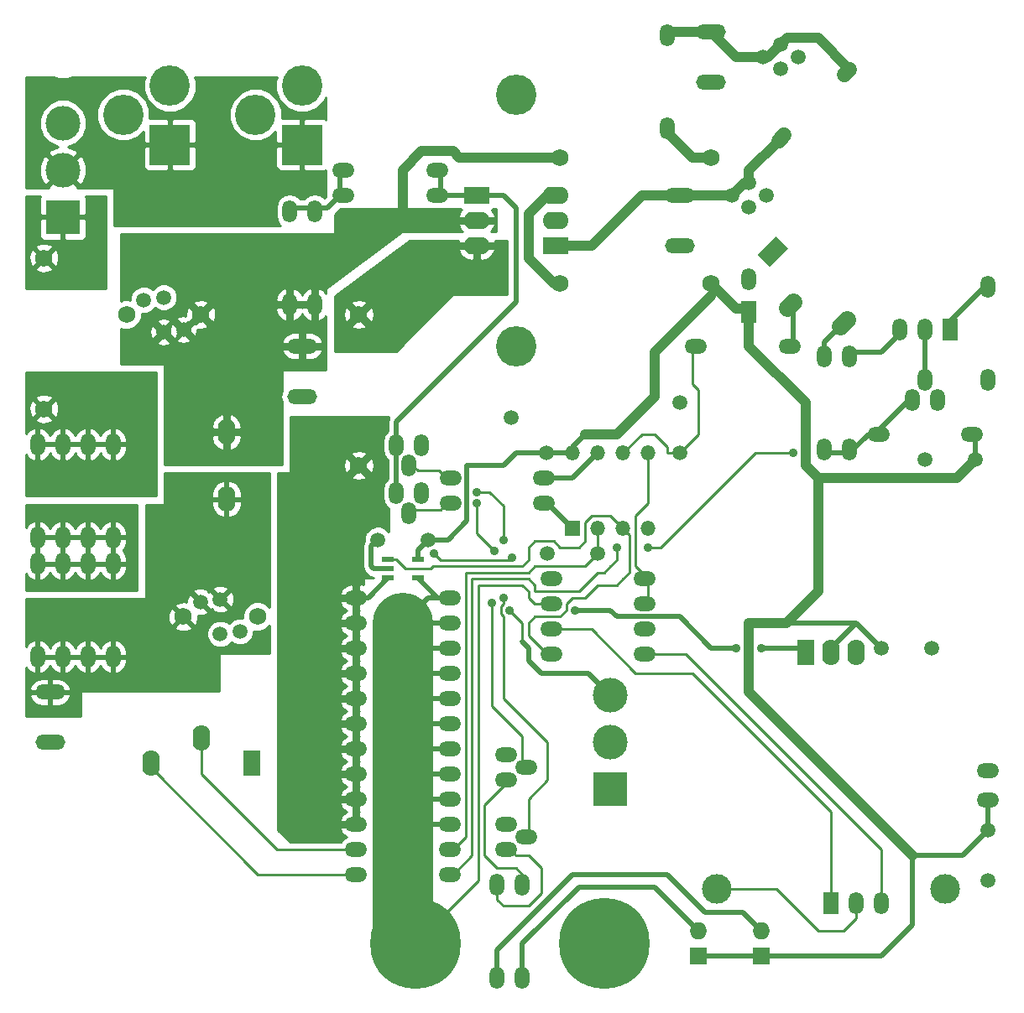
<source format=gtl>
G04 (created by PCBNEW (2013-07-07 BZR 4022)-stable) date 7/6/2014 5:52:28 PM*
%MOIN*%
G04 Gerber Fmt 3.4, Leading zero omitted, Abs format*
%FSLAX34Y34*%
G01*
G70*
G90*
G04 APERTURE LIST*
%ADD10C,0.00590551*%
%ADD11C,0.069*%
%ADD12O,0.069X0.1035*%
%ADD13R,0.069X0.1035*%
%ADD14O,0.059X0.0885*%
%ADD15R,0.1035X0.069*%
%ADD16O,0.1035X0.069*%
%ADD17C,0.059*%
%ADD18O,0.0885X0.059*%
%ADD19R,0.137795X0.137795*%
%ADD20C,0.137795*%
%ADD21C,0.11811*%
%ADD22R,0.059X0.059*%
%ADD23O,0.059X0.059*%
%ADD24C,0.059*%
%ADD25R,0.16X0.16*%
%ADD26C,0.16*%
%ADD27R,0.059X0.0885*%
%ADD28C,0.36*%
%ADD29O,0.118X0.059*%
%ADD30C,0.069*%
%ADD31R,0.05X0.02*%
%ADD32R,0.069X0.069*%
%ADD33O,0.069X0.069*%
%ADD34C,0.035*%
%ADD35C,0.01*%
%ADD36C,0.02*%
%ADD37C,0.04*%
%ADD38C,0.24*%
G04 APERTURE END LIST*
G54D10*
G54D11*
X79763Y-50986D02*
X80007Y-50742D01*
G54D10*
G36*
X79056Y-49353D02*
X78568Y-48865D01*
X79300Y-48133D01*
X79788Y-48621D01*
X79056Y-49353D01*
X79056Y-49353D01*
G37*
G54D11*
X81884Y-51693D02*
X82128Y-51449D01*
G54D12*
X56500Y-68077D03*
G54D13*
X58500Y-69077D03*
G54D12*
X54500Y-69077D03*
G54D14*
X65250Y-56452D03*
X64750Y-57247D03*
X64250Y-56452D03*
X65250Y-58352D03*
X64750Y-59147D03*
X64250Y-58352D03*
G54D15*
X67427Y-46500D03*
G54D16*
X67427Y-47500D03*
X67427Y-48500D03*
G54D15*
X70572Y-48500D03*
G54D16*
X70572Y-47500D03*
X70572Y-46500D03*
G54D17*
X82250Y-41500D02*
X82041Y-41708D01*
X79630Y-44119D02*
X79421Y-44328D01*
G54D18*
X62647Y-71500D03*
X66352Y-71500D03*
X62647Y-70500D03*
X66352Y-70500D03*
X62647Y-65500D03*
X66352Y-65500D03*
X62647Y-66500D03*
X66352Y-66500D03*
X62647Y-69500D03*
X66352Y-69500D03*
X62647Y-68500D03*
X66352Y-68500D03*
X62647Y-67500D03*
X66352Y-67500D03*
G54D14*
X75000Y-43852D03*
X75000Y-40147D03*
X51000Y-61147D03*
X51000Y-64852D03*
X81250Y-56602D03*
X81250Y-52897D03*
G54D18*
X66352Y-73500D03*
X62647Y-73500D03*
G54D14*
X50000Y-56397D03*
X50000Y-60102D03*
X51000Y-56397D03*
X51000Y-60102D03*
X52000Y-56397D03*
X52000Y-60102D03*
X53000Y-56397D03*
X53000Y-60102D03*
X50000Y-61147D03*
X50000Y-64852D03*
G54D18*
X70397Y-63750D03*
X74102Y-63750D03*
X74102Y-61750D03*
X70397Y-61750D03*
X66397Y-57750D03*
X70102Y-57750D03*
X66397Y-58750D03*
X70102Y-58750D03*
X62147Y-45500D03*
X65852Y-45500D03*
X70397Y-62750D03*
X74102Y-62750D03*
G54D14*
X60000Y-50852D03*
X60000Y-47147D03*
X61000Y-50852D03*
X61000Y-47147D03*
G54D18*
X62147Y-46500D03*
X65852Y-46500D03*
X62647Y-62500D03*
X66352Y-62500D03*
X62647Y-63500D03*
X66352Y-63500D03*
G54D14*
X82250Y-56602D03*
X82250Y-52897D03*
X87750Y-50147D03*
X87750Y-53852D03*
G54D18*
X87102Y-56000D03*
X83397Y-56000D03*
X62647Y-64500D03*
X66352Y-64500D03*
X70397Y-64750D03*
X74102Y-64750D03*
G54D19*
X51000Y-47370D03*
G54D20*
X51000Y-45500D03*
X51000Y-43629D03*
G54D19*
X72750Y-70120D03*
G54D20*
X72750Y-68250D03*
X72750Y-66379D03*
G54D18*
X87749Y-69362D03*
G54D21*
X76972Y-74086D03*
G54D18*
X87749Y-70543D03*
G54D21*
X86027Y-74086D03*
G54D22*
X71250Y-59750D03*
G54D23*
X72250Y-59750D03*
X73250Y-59750D03*
X74250Y-59750D03*
X74250Y-56750D03*
X73250Y-56750D03*
X71250Y-56750D03*
X72250Y-56750D03*
G54D24*
X87750Y-71750D03*
X87750Y-73750D03*
X83500Y-64500D03*
X85500Y-64500D03*
X65500Y-60200D03*
X63500Y-60200D03*
X70207Y-56757D03*
X68792Y-55342D03*
G54D25*
X60500Y-44500D03*
G54D26*
X60500Y-42150D03*
X58650Y-43300D03*
G54D25*
X55250Y-44500D03*
G54D26*
X55250Y-42150D03*
X53400Y-43300D03*
G54D14*
X82500Y-74647D03*
X83500Y-74647D03*
G54D27*
X81500Y-74647D03*
G54D14*
X85250Y-51852D03*
X84250Y-51852D03*
G54D27*
X86250Y-51852D03*
G54D28*
X65000Y-76250D03*
X72500Y-76250D03*
G54D26*
X69000Y-42500D03*
X69000Y-52500D03*
G54D12*
X57500Y-58577D03*
X57500Y-55922D03*
G54D29*
X50500Y-66250D03*
X50500Y-68250D03*
X60500Y-52500D03*
X60500Y-54500D03*
X76750Y-40000D03*
X76750Y-42000D03*
X75500Y-46500D03*
X75500Y-48500D03*
G54D30*
X50250Y-49000D03*
X50250Y-55000D03*
X70750Y-45000D03*
X76750Y-45000D03*
X70750Y-50000D03*
X76750Y-50000D03*
X62750Y-51250D03*
X62750Y-57250D03*
G54D18*
X68602Y-71500D03*
X69397Y-72000D03*
X68602Y-72500D03*
X68602Y-68750D03*
X69397Y-69250D03*
X68602Y-69750D03*
G54D14*
X68250Y-77602D03*
X68250Y-73897D03*
X69250Y-77602D03*
X69250Y-73897D03*
X52000Y-61147D03*
X52000Y-64852D03*
X53000Y-61147D03*
X53000Y-64852D03*
X84750Y-54647D03*
X85250Y-53852D03*
X85750Y-54647D03*
G54D31*
X63900Y-60975D03*
X63900Y-61725D03*
X65100Y-60975D03*
X63900Y-61350D03*
X65100Y-61725D03*
G54D24*
X55787Y-51840D03*
X54212Y-50659D03*
G54D30*
X56476Y-51250D03*
X53523Y-51250D03*
G54D24*
X55000Y-51938D03*
X55000Y-50561D03*
X78250Y-46992D03*
X77561Y-46500D03*
X78938Y-46500D03*
X78250Y-46007D03*
X79500Y-41492D03*
X78811Y-41000D03*
X80188Y-41000D03*
X79500Y-40507D03*
G54D27*
X78250Y-51147D03*
G54D14*
X78250Y-49852D03*
G54D32*
X78750Y-76750D03*
G54D33*
X78750Y-75750D03*
G54D32*
X76250Y-76750D03*
G54D33*
X76250Y-75750D03*
G54D24*
X56462Y-62659D03*
X58037Y-63840D03*
G54D30*
X55773Y-63250D03*
X58726Y-63250D03*
G54D24*
X57250Y-62561D03*
X57250Y-63938D03*
G54D18*
X66352Y-72500D03*
X62647Y-72500D03*
X76147Y-52500D03*
X79852Y-52500D03*
G54D24*
X75500Y-56750D03*
X75500Y-54750D03*
X72250Y-60750D03*
X70250Y-60750D03*
X87250Y-57000D03*
X85250Y-57000D03*
G54D13*
X80500Y-64672D03*
G54D12*
X81500Y-64672D03*
X82500Y-64672D03*
G54D34*
X68850Y-60900D03*
X68750Y-63000D03*
X65750Y-60750D03*
X68500Y-60200D03*
X68500Y-62500D03*
X67450Y-58300D03*
X68050Y-62700D03*
X68150Y-60650D03*
X67450Y-58750D03*
X71350Y-63000D03*
X78750Y-64500D03*
X77750Y-64500D03*
X74250Y-60500D03*
X73000Y-60500D03*
X80000Y-56750D03*
G54D35*
X68750Y-61000D02*
X66000Y-61000D01*
X68850Y-60900D02*
X68750Y-61000D01*
X68750Y-63000D02*
X69250Y-63500D01*
G54D36*
X71870Y-65500D02*
X72750Y-66379D01*
X70000Y-65500D02*
X71870Y-65500D01*
G54D35*
X66000Y-61000D02*
X65750Y-60750D01*
X69250Y-63500D02*
X69250Y-64250D01*
G54D36*
X69500Y-65000D02*
X70000Y-65500D01*
X69500Y-64500D02*
X69500Y-65000D01*
X69250Y-64250D02*
X69500Y-64500D01*
X64250Y-56600D02*
X64250Y-58500D01*
X64250Y-56600D02*
X64250Y-55500D01*
X68500Y-46500D02*
X69000Y-47000D01*
X69000Y-47000D02*
X69000Y-49500D01*
X69000Y-49500D02*
X69000Y-50750D01*
X69000Y-50750D02*
X68250Y-51500D01*
X68250Y-51500D02*
X65000Y-54750D01*
X65000Y-54750D02*
X64250Y-55500D01*
X68500Y-46500D02*
X67600Y-46500D01*
X66000Y-46500D02*
X67500Y-46500D01*
X66000Y-45500D02*
X66000Y-46500D01*
X63900Y-61350D02*
X63350Y-61350D01*
X63250Y-60450D02*
X63500Y-60200D01*
X63250Y-61250D02*
X63250Y-60450D01*
X63350Y-61350D02*
X63250Y-61250D01*
G54D35*
X67000Y-62250D02*
X67000Y-61500D01*
X69750Y-61250D02*
X70000Y-61250D01*
X70000Y-61250D02*
X71750Y-61250D01*
X66500Y-72500D02*
X67000Y-72000D01*
X71750Y-61250D02*
X72250Y-60750D01*
X67000Y-65250D02*
X67000Y-64250D01*
X67000Y-69750D02*
X67000Y-65250D01*
X67000Y-72000D02*
X67000Y-69750D01*
X67000Y-64250D02*
X67000Y-62250D01*
X69500Y-61500D02*
X69750Y-61250D01*
X67000Y-61500D02*
X69500Y-61500D01*
X72250Y-59750D02*
X72250Y-60750D01*
X73250Y-61750D02*
X73500Y-61500D01*
X73500Y-61500D02*
X73500Y-60500D01*
X73500Y-60500D02*
X73500Y-60000D01*
X73500Y-60000D02*
X73250Y-59750D01*
X68750Y-61250D02*
X69250Y-61250D01*
X71500Y-60500D02*
X71750Y-60250D01*
X71750Y-60250D02*
X71750Y-59750D01*
X71750Y-59750D02*
X71750Y-59500D01*
X71750Y-59500D02*
X72000Y-59250D01*
X72000Y-59250D02*
X72500Y-59250D01*
X72500Y-59250D02*
X72750Y-59250D01*
X73250Y-59750D02*
X72750Y-59250D01*
X65600Y-61350D02*
X65700Y-61250D01*
X64225Y-60975D02*
X64600Y-61350D01*
X64600Y-61350D02*
X65600Y-61350D01*
X64225Y-60975D02*
X63900Y-60975D01*
X68750Y-61250D02*
X65750Y-61250D01*
X69750Y-60250D02*
X70500Y-60250D01*
X70500Y-60250D02*
X70750Y-60500D01*
X65700Y-61250D02*
X65750Y-61250D01*
X70750Y-60500D02*
X71500Y-60500D01*
X69500Y-60500D02*
X69750Y-60250D01*
X69500Y-61000D02*
X69500Y-60500D01*
X69250Y-61250D02*
X69500Y-61000D01*
X71750Y-62500D02*
X71250Y-62500D01*
X71750Y-62500D02*
X72250Y-62000D01*
X72250Y-62000D02*
X73000Y-62000D01*
X73000Y-62000D02*
X73250Y-61750D01*
X69750Y-63250D02*
X69500Y-63500D01*
X69500Y-63500D02*
X69500Y-64000D01*
X70250Y-64750D02*
X69500Y-64000D01*
X70750Y-63250D02*
X69750Y-63250D01*
X71000Y-63000D02*
X70750Y-63250D01*
X71000Y-62750D02*
X71000Y-63000D01*
X71250Y-62500D02*
X71000Y-62750D01*
G54D36*
X85250Y-54000D02*
X85250Y-52000D01*
G54D37*
X70400Y-46500D02*
X70250Y-46500D01*
X70500Y-50000D02*
X70750Y-50000D01*
X69500Y-49000D02*
X70500Y-50000D01*
X69500Y-47250D02*
X69500Y-49000D01*
X70250Y-46500D02*
X69500Y-47250D01*
X76750Y-45000D02*
X76000Y-45000D01*
X76000Y-45000D02*
X75000Y-44000D01*
G54D36*
X70250Y-57750D02*
X71250Y-57750D01*
X71250Y-57750D02*
X72250Y-56750D01*
X86250Y-52000D02*
X86250Y-51500D01*
X86250Y-51500D02*
X87750Y-50000D01*
X81250Y-52750D02*
X81250Y-52328D01*
X81250Y-52328D02*
X82128Y-51449D01*
X82250Y-52750D02*
X83500Y-52750D01*
X83500Y-52750D02*
X84250Y-52000D01*
X70250Y-58750D02*
X71250Y-59750D01*
G54D35*
X67450Y-58300D02*
X67950Y-58300D01*
X67950Y-58300D02*
X68500Y-58850D01*
X68500Y-58850D02*
X68500Y-60200D01*
X68500Y-62750D02*
X68400Y-62850D01*
X68400Y-62850D02*
X68400Y-63100D01*
X68400Y-63100D02*
X68400Y-63150D01*
X68400Y-63150D02*
X68500Y-63250D01*
X68500Y-66500D02*
X68500Y-63250D01*
X68500Y-62750D02*
X68500Y-62500D01*
X70250Y-68250D02*
X70250Y-69750D01*
X70250Y-69750D02*
X69500Y-70500D01*
X69500Y-70500D02*
X69500Y-71750D01*
X69250Y-72000D02*
X69500Y-71750D01*
X68500Y-66500D02*
X70250Y-68250D01*
X64750Y-57100D02*
X65100Y-57450D01*
X65950Y-57450D02*
X66250Y-57750D01*
X65100Y-57450D02*
X65950Y-57450D01*
X68250Y-73750D02*
X68250Y-74500D01*
X69000Y-72750D02*
X68750Y-72500D01*
X69500Y-72750D02*
X69000Y-72750D01*
X70000Y-73250D02*
X69500Y-72750D01*
X70000Y-74250D02*
X70000Y-73250D01*
X69500Y-74750D02*
X70000Y-74250D01*
X68500Y-74750D02*
X69500Y-74750D01*
X68250Y-74500D02*
X68500Y-74750D01*
G54D36*
X68250Y-77750D02*
X68250Y-76500D01*
X78000Y-75000D02*
X78750Y-75750D01*
X76500Y-75000D02*
X78000Y-75000D01*
X75000Y-73500D02*
X76500Y-75000D01*
X71250Y-73500D02*
X75000Y-73500D01*
X68250Y-76500D02*
X71250Y-73500D01*
G54D35*
X69250Y-73750D02*
X69250Y-73500D01*
X67750Y-70750D02*
X68750Y-69750D01*
X67750Y-72750D02*
X67750Y-70750D01*
X68250Y-73250D02*
X67750Y-72750D01*
X69000Y-73250D02*
X68250Y-73250D01*
X69250Y-73500D02*
X69000Y-73250D01*
G54D36*
X69250Y-76250D02*
X71500Y-74000D01*
X69250Y-77750D02*
X69250Y-76250D01*
X74500Y-74000D02*
X76250Y-75750D01*
X71500Y-74000D02*
X74500Y-74000D01*
G54D35*
X68050Y-62700D02*
X68050Y-66800D01*
X68050Y-66800D02*
X69250Y-68000D01*
X67450Y-58750D02*
X67450Y-59950D01*
X67450Y-59950D02*
X67750Y-60250D01*
X69250Y-69250D02*
X69250Y-68000D01*
X68150Y-60650D02*
X67750Y-60250D01*
X64750Y-59000D02*
X65600Y-59000D01*
X66000Y-59000D02*
X66250Y-58750D01*
X65600Y-59000D02*
X66000Y-59000D01*
G54D36*
X80007Y-50742D02*
X80007Y-52492D01*
X80007Y-52492D02*
X80000Y-52500D01*
G54D35*
X62500Y-72500D02*
X59500Y-72500D01*
X56500Y-69500D02*
X56500Y-68250D01*
X59500Y-72500D02*
X56500Y-69500D01*
G54D36*
X61000Y-47000D02*
X61500Y-47000D01*
X61500Y-47000D02*
X62000Y-46500D01*
X60000Y-47000D02*
X61000Y-47000D01*
X62000Y-45500D02*
X62000Y-46500D01*
G54D37*
X70400Y-48500D02*
X72000Y-48500D01*
X74000Y-46500D02*
X75500Y-46500D01*
X72000Y-48500D02*
X74000Y-46500D01*
X75500Y-46500D02*
X77561Y-46500D01*
X77561Y-46500D02*
X78053Y-46007D01*
X78053Y-46007D02*
X78250Y-46007D01*
X79421Y-44328D02*
X78250Y-45500D01*
X78250Y-45500D02*
X78250Y-46007D01*
X79500Y-40507D02*
X79757Y-40250D01*
X81000Y-40250D02*
X82250Y-41500D01*
X79757Y-40250D02*
X81000Y-40250D01*
X79500Y-40507D02*
X79007Y-41000D01*
X79007Y-41000D02*
X78811Y-41000D01*
X76750Y-40000D02*
X77750Y-41000D01*
X77750Y-41000D02*
X78811Y-41000D01*
X75000Y-40000D02*
X76750Y-40000D01*
G54D35*
X70250Y-63750D02*
X72000Y-63750D01*
X81500Y-71000D02*
X81500Y-74500D01*
X76000Y-65500D02*
X81500Y-71000D01*
X73750Y-65500D02*
X76000Y-65500D01*
X72000Y-63750D02*
X73750Y-65500D01*
X74250Y-64750D02*
X75750Y-64750D01*
X83500Y-72500D02*
X83500Y-74500D01*
X75750Y-64750D02*
X83500Y-72500D01*
X82500Y-74500D02*
X82500Y-75250D01*
X79336Y-74086D02*
X76972Y-74086D01*
X81000Y-75750D02*
X79336Y-74086D01*
X82000Y-75750D02*
X81000Y-75750D01*
X82500Y-75250D02*
X82000Y-75750D01*
X62500Y-73500D02*
X58750Y-73500D01*
X58750Y-73500D02*
X54500Y-69250D01*
G54D36*
X63900Y-61725D02*
X63125Y-62500D01*
X63125Y-62500D02*
X62500Y-62500D01*
G54D35*
X67500Y-62750D02*
X67500Y-62000D01*
X67500Y-62750D02*
X67500Y-64750D01*
X67500Y-73750D02*
X67500Y-67750D01*
X67500Y-67750D02*
X67500Y-65500D01*
X65000Y-76250D02*
X67500Y-73750D01*
X67500Y-64750D02*
X67500Y-65500D01*
X69750Y-62750D02*
X70250Y-62750D01*
X69500Y-62500D02*
X69750Y-62750D01*
X69500Y-62250D02*
X69500Y-62500D01*
X69250Y-62000D02*
X69500Y-62250D01*
X67500Y-62000D02*
X69250Y-62000D01*
G54D36*
X72500Y-63000D02*
X72750Y-63000D01*
X72750Y-63000D02*
X73000Y-63250D01*
X73000Y-63250D02*
X73250Y-63250D01*
X71350Y-63000D02*
X72500Y-63000D01*
X80500Y-64500D02*
X78750Y-64500D01*
X76750Y-64500D02*
X77750Y-64500D01*
X75500Y-63250D02*
X76750Y-64500D01*
X73250Y-63250D02*
X75500Y-63250D01*
X65100Y-61725D02*
X65875Y-62500D01*
X65875Y-62500D02*
X66500Y-62500D01*
X66500Y-62500D02*
X65500Y-62500D01*
X65500Y-62500D02*
X64500Y-63500D01*
X66500Y-71500D02*
X64500Y-71500D01*
X66500Y-70500D02*
X64500Y-70500D01*
X66500Y-69500D02*
X64500Y-69500D01*
X66500Y-68500D02*
X64500Y-68500D01*
X66500Y-67500D02*
X64500Y-67500D01*
X66500Y-66500D02*
X64500Y-66500D01*
X66500Y-65500D02*
X64500Y-65500D01*
X66500Y-64500D02*
X64500Y-64500D01*
X66500Y-63500D02*
X64500Y-63500D01*
G54D38*
X64500Y-75750D02*
X64500Y-71500D01*
X64500Y-71500D02*
X64500Y-70500D01*
X64500Y-70500D02*
X64500Y-69500D01*
X64500Y-69500D02*
X64500Y-68500D01*
X64500Y-68500D02*
X64500Y-67500D01*
X64500Y-67500D02*
X64500Y-66500D01*
X64500Y-66500D02*
X64500Y-65500D01*
X64500Y-65500D02*
X64500Y-64500D01*
X64500Y-64500D02*
X64500Y-63500D01*
X64500Y-75750D02*
X65000Y-76250D01*
G54D36*
X65000Y-62500D02*
X64500Y-63000D01*
G54D35*
X77750Y-57500D02*
X74750Y-60500D01*
X74750Y-60500D02*
X74250Y-60500D01*
X73000Y-60500D02*
X73000Y-61000D01*
X73000Y-61000D02*
X72750Y-61250D01*
X80000Y-56750D02*
X78500Y-56750D01*
X78500Y-56750D02*
X77750Y-57500D01*
G54D36*
X84750Y-54500D02*
X83250Y-56000D01*
G54D35*
X67250Y-62500D02*
X67250Y-61750D01*
X72500Y-61500D02*
X72750Y-61250D01*
X71500Y-62250D02*
X72250Y-61500D01*
X72250Y-61500D02*
X72500Y-61500D01*
X67250Y-72750D02*
X66500Y-73500D01*
X67250Y-72750D02*
X67250Y-65250D01*
X67250Y-65250D02*
X67250Y-64500D01*
X67250Y-64500D02*
X67250Y-62500D01*
X70500Y-62250D02*
X71500Y-62250D01*
X69750Y-62250D02*
X70500Y-62250D01*
X69750Y-62000D02*
X69750Y-62250D01*
X69500Y-61750D02*
X69750Y-62000D01*
X67250Y-61750D02*
X69500Y-61750D01*
G54D36*
X81250Y-56750D02*
X82250Y-56750D01*
X83250Y-56000D02*
X83000Y-56000D01*
X83000Y-56000D02*
X82250Y-56750D01*
G54D37*
X70750Y-45000D02*
X66750Y-45000D01*
X64500Y-45500D02*
X64500Y-47500D01*
X65250Y-44750D02*
X64500Y-45500D01*
X66500Y-44750D02*
X65250Y-44750D01*
X66750Y-45000D02*
X66500Y-44750D01*
X81000Y-61000D02*
X81000Y-57750D01*
X80500Y-54750D02*
X80500Y-57250D01*
X80500Y-57250D02*
X81000Y-57750D01*
X81000Y-57750D02*
X86500Y-57750D01*
X86500Y-57750D02*
X87250Y-57000D01*
X78250Y-52500D02*
X80500Y-54750D01*
X78250Y-51000D02*
X78250Y-52500D01*
X81000Y-61000D02*
X81000Y-62250D01*
X81000Y-62250D02*
X79750Y-63500D01*
X79750Y-63500D02*
X78250Y-63500D01*
G54D36*
X69750Y-56750D02*
X69000Y-56750D01*
X70250Y-56750D02*
X69750Y-56750D01*
X66300Y-60200D02*
X65500Y-60200D01*
X67050Y-59450D02*
X66300Y-60200D01*
X67050Y-57250D02*
X67050Y-59450D01*
X68500Y-57250D02*
X67050Y-57250D01*
X69000Y-56750D02*
X68500Y-57250D01*
X65500Y-60200D02*
X65100Y-60600D01*
X65100Y-60600D02*
X65100Y-60975D01*
X76750Y-50000D02*
X76750Y-50500D01*
X71250Y-56500D02*
X71250Y-56750D01*
X71750Y-56000D02*
X71250Y-56500D01*
G54D37*
X73000Y-56000D02*
X71750Y-56000D01*
X74500Y-54500D02*
X73000Y-56000D01*
X74500Y-53250D02*
X74500Y-54500D01*
X74500Y-52750D02*
X74500Y-53250D01*
X76750Y-50500D02*
X74500Y-52750D01*
G54D36*
X70250Y-56750D02*
X71250Y-56750D01*
X87250Y-57000D02*
X87250Y-56000D01*
X81500Y-64500D02*
X82500Y-63500D01*
X83500Y-64500D02*
X82500Y-63500D01*
X82500Y-63500D02*
X81500Y-63500D01*
X81500Y-63500D02*
X78250Y-63500D01*
X87750Y-71750D02*
X87750Y-70690D01*
X87750Y-70690D02*
X87602Y-70543D01*
X84750Y-72750D02*
X86750Y-72750D01*
X86750Y-72750D02*
X87750Y-71750D01*
X78750Y-76750D02*
X83500Y-76750D01*
G54D37*
X78250Y-66250D02*
X84750Y-72750D01*
X78250Y-66250D02*
X78250Y-63500D01*
G54D36*
X84750Y-75500D02*
X84750Y-72750D01*
X83500Y-76750D02*
X84750Y-75500D01*
G54D37*
X76750Y-50000D02*
X77750Y-51000D01*
X77750Y-51000D02*
X78250Y-51000D01*
G54D36*
X76250Y-76750D02*
X78750Y-76750D01*
G54D35*
X75000Y-56750D02*
X75000Y-56500D01*
X75500Y-56750D02*
X75000Y-56750D01*
X74000Y-56000D02*
X73250Y-56750D01*
X74500Y-56000D02*
X74000Y-56000D01*
X75000Y-56500D02*
X74500Y-56000D01*
X76000Y-52500D02*
X76000Y-54000D01*
X76250Y-56000D02*
X75500Y-56750D01*
X76250Y-54250D02*
X76250Y-56000D01*
X76000Y-54000D02*
X76250Y-54250D01*
X74250Y-58750D02*
X73750Y-59250D01*
X74250Y-56750D02*
X74250Y-58750D01*
X73750Y-61250D02*
X74250Y-61750D01*
X73750Y-60250D02*
X73750Y-61250D01*
X73750Y-59250D02*
X73750Y-60250D01*
X74250Y-61750D02*
X74250Y-62750D01*
G54D10*
G36*
X52700Y-50200D02*
X51939Y-50200D01*
X51939Y-48009D01*
X51938Y-47482D01*
X51876Y-47420D01*
X51050Y-47420D01*
X51050Y-48246D01*
X51112Y-48309D01*
X51738Y-48309D01*
X51830Y-48271D01*
X51900Y-48200D01*
X51938Y-48109D01*
X51939Y-48009D01*
X51939Y-50200D01*
X50950Y-50200D01*
X50950Y-48246D01*
X50950Y-47420D01*
X50123Y-47420D01*
X50061Y-47482D01*
X50060Y-48009D01*
X50061Y-48109D01*
X50099Y-48200D01*
X50169Y-48271D01*
X50261Y-48309D01*
X50887Y-48309D01*
X50950Y-48246D01*
X50950Y-50200D01*
X50849Y-50200D01*
X50849Y-49092D01*
X50839Y-48856D01*
X50768Y-48685D01*
X50668Y-48652D01*
X50597Y-48722D01*
X50597Y-48581D01*
X50564Y-48481D01*
X50342Y-48400D01*
X50106Y-48410D01*
X49935Y-48481D01*
X49902Y-48581D01*
X50250Y-48929D01*
X50597Y-48581D01*
X50597Y-48722D01*
X50320Y-49000D01*
X50668Y-49347D01*
X50768Y-49314D01*
X50849Y-49092D01*
X50849Y-50200D01*
X50597Y-50200D01*
X50597Y-49418D01*
X50250Y-49070D01*
X50179Y-49141D01*
X50179Y-49000D01*
X49831Y-48652D01*
X49731Y-48685D01*
X49650Y-48907D01*
X49660Y-49143D01*
X49731Y-49314D01*
X49831Y-49347D01*
X50179Y-49000D01*
X50179Y-49141D01*
X49902Y-49418D01*
X49935Y-49518D01*
X50157Y-49599D01*
X50393Y-49589D01*
X50564Y-49518D01*
X50597Y-49418D01*
X50597Y-50200D01*
X49519Y-50200D01*
X49519Y-46550D01*
X50094Y-46550D01*
X50061Y-46631D01*
X50060Y-46730D01*
X50061Y-47257D01*
X50123Y-47320D01*
X50950Y-47320D01*
X50950Y-47312D01*
X51050Y-47312D01*
X51050Y-47320D01*
X51876Y-47320D01*
X51938Y-47257D01*
X51939Y-46730D01*
X51938Y-46631D01*
X51905Y-46550D01*
X52700Y-46550D01*
X52700Y-50200D01*
X52700Y-50200D01*
G37*
G54D35*
X52700Y-50200D02*
X51939Y-50200D01*
X51939Y-48009D01*
X51938Y-47482D01*
X51876Y-47420D01*
X51050Y-47420D01*
X51050Y-48246D01*
X51112Y-48309D01*
X51738Y-48309D01*
X51830Y-48271D01*
X51900Y-48200D01*
X51938Y-48109D01*
X51939Y-48009D01*
X51939Y-50200D01*
X50950Y-50200D01*
X50950Y-48246D01*
X50950Y-47420D01*
X50123Y-47420D01*
X50061Y-47482D01*
X50060Y-48009D01*
X50061Y-48109D01*
X50099Y-48200D01*
X50169Y-48271D01*
X50261Y-48309D01*
X50887Y-48309D01*
X50950Y-48246D01*
X50950Y-50200D01*
X50849Y-50200D01*
X50849Y-49092D01*
X50839Y-48856D01*
X50768Y-48685D01*
X50668Y-48652D01*
X50597Y-48722D01*
X50597Y-48581D01*
X50564Y-48481D01*
X50342Y-48400D01*
X50106Y-48410D01*
X49935Y-48481D01*
X49902Y-48581D01*
X50250Y-48929D01*
X50597Y-48581D01*
X50597Y-48722D01*
X50320Y-49000D01*
X50668Y-49347D01*
X50768Y-49314D01*
X50849Y-49092D01*
X50849Y-50200D01*
X50597Y-50200D01*
X50597Y-49418D01*
X50250Y-49070D01*
X50179Y-49141D01*
X50179Y-49000D01*
X49831Y-48652D01*
X49731Y-48685D01*
X49650Y-48907D01*
X49660Y-49143D01*
X49731Y-49314D01*
X49831Y-49347D01*
X50179Y-49000D01*
X50179Y-49141D01*
X49902Y-49418D01*
X49935Y-49518D01*
X50157Y-49599D01*
X50393Y-49589D01*
X50564Y-49518D01*
X50597Y-49418D01*
X50597Y-50200D01*
X49519Y-50200D01*
X49519Y-46550D01*
X50094Y-46550D01*
X50061Y-46631D01*
X50060Y-46730D01*
X50061Y-47257D01*
X50123Y-47320D01*
X50950Y-47320D01*
X50950Y-47312D01*
X51050Y-47312D01*
X51050Y-47320D01*
X51876Y-47320D01*
X51938Y-47257D01*
X51939Y-46730D01*
X51938Y-46631D01*
X51905Y-46550D01*
X52700Y-46550D01*
X52700Y-50200D01*
G54D10*
G36*
X61450Y-46555D02*
X61392Y-46612D01*
X61385Y-46601D01*
X61208Y-46482D01*
X61000Y-46441D01*
X60791Y-46482D01*
X60614Y-46601D01*
X60581Y-46650D01*
X60450Y-46650D01*
X60450Y-45487D01*
X60450Y-44550D01*
X60450Y-44450D01*
X60450Y-43512D01*
X60387Y-43450D01*
X59749Y-43449D01*
X59699Y-43450D01*
X59700Y-43092D01*
X59540Y-42706D01*
X59245Y-42410D01*
X58859Y-42250D01*
X58442Y-42249D01*
X58056Y-42409D01*
X57760Y-42704D01*
X57600Y-43090D01*
X57599Y-43507D01*
X57759Y-43894D01*
X58054Y-44189D01*
X58440Y-44349D01*
X58857Y-44350D01*
X59244Y-44190D01*
X59449Y-43985D01*
X59450Y-44387D01*
X59512Y-44450D01*
X60450Y-44450D01*
X60450Y-44550D01*
X59512Y-44550D01*
X59450Y-44612D01*
X59449Y-45349D01*
X59487Y-45441D01*
X59558Y-45511D01*
X59650Y-45549D01*
X59749Y-45550D01*
X60387Y-45550D01*
X60450Y-45487D01*
X60450Y-46650D01*
X60418Y-46650D01*
X60385Y-46601D01*
X60208Y-46482D01*
X60000Y-46441D01*
X59791Y-46482D01*
X59614Y-46601D01*
X59496Y-46777D01*
X59455Y-46986D01*
X59455Y-47308D01*
X59496Y-47517D01*
X59614Y-47693D01*
X59623Y-47700D01*
X56300Y-47700D01*
X56300Y-45349D01*
X56300Y-43650D01*
X56262Y-43558D01*
X56191Y-43488D01*
X56099Y-43450D01*
X56000Y-43449D01*
X55362Y-43450D01*
X55300Y-43512D01*
X55300Y-44450D01*
X56237Y-44450D01*
X56300Y-44387D01*
X56300Y-43650D01*
X56300Y-45349D01*
X56300Y-44612D01*
X56237Y-44550D01*
X55300Y-44550D01*
X55300Y-45487D01*
X55362Y-45550D01*
X56000Y-45550D01*
X56099Y-45549D01*
X56191Y-45511D01*
X56262Y-45441D01*
X56300Y-45349D01*
X56300Y-47700D01*
X55200Y-47700D01*
X55200Y-45487D01*
X55200Y-44550D01*
X55200Y-44450D01*
X55200Y-43512D01*
X55137Y-43450D01*
X54499Y-43449D01*
X54449Y-43450D01*
X54450Y-43092D01*
X54290Y-42706D01*
X53995Y-42410D01*
X53609Y-42250D01*
X53192Y-42249D01*
X52806Y-42409D01*
X52510Y-42704D01*
X52350Y-43090D01*
X52349Y-43507D01*
X52509Y-43894D01*
X52804Y-44189D01*
X53190Y-44349D01*
X53607Y-44350D01*
X53994Y-44190D01*
X54199Y-43985D01*
X54200Y-44387D01*
X54262Y-44450D01*
X55200Y-44450D01*
X55200Y-44550D01*
X54262Y-44550D01*
X54200Y-44612D01*
X54199Y-45349D01*
X54237Y-45441D01*
X54308Y-45511D01*
X54400Y-45549D01*
X54499Y-45550D01*
X55137Y-45550D01*
X55200Y-45487D01*
X55200Y-47700D01*
X53050Y-47700D01*
X53050Y-46200D01*
X51941Y-46200D01*
X51941Y-45674D01*
X51939Y-45506D01*
X51939Y-43443D01*
X51796Y-43098D01*
X51532Y-42834D01*
X51187Y-42691D01*
X50814Y-42690D01*
X50468Y-42833D01*
X50204Y-43097D01*
X50061Y-43442D01*
X50060Y-43815D01*
X50203Y-44161D01*
X50467Y-44425D01*
X50800Y-44563D01*
X50478Y-44697D01*
X50403Y-44832D01*
X51000Y-45429D01*
X51596Y-44832D01*
X51521Y-44697D01*
X51193Y-44566D01*
X51531Y-44426D01*
X51795Y-44162D01*
X51938Y-43817D01*
X51939Y-43443D01*
X51939Y-45506D01*
X51936Y-45301D01*
X51802Y-44978D01*
X51667Y-44903D01*
X51070Y-45500D01*
X51667Y-46096D01*
X51802Y-46021D01*
X51941Y-45674D01*
X51941Y-46200D01*
X51578Y-46200D01*
X51596Y-46167D01*
X51000Y-45570D01*
X50929Y-45641D01*
X50929Y-45500D01*
X50332Y-44903D01*
X50197Y-44978D01*
X50058Y-45325D01*
X50063Y-45698D01*
X50197Y-46021D01*
X50332Y-46096D01*
X50929Y-45500D01*
X50929Y-45641D01*
X50403Y-46167D01*
X50421Y-46200D01*
X49519Y-46200D01*
X49519Y-41800D01*
X50632Y-41800D01*
X50824Y-41879D01*
X51174Y-41880D01*
X51368Y-41800D01*
X54258Y-41800D01*
X54200Y-41940D01*
X54199Y-42357D01*
X54359Y-42744D01*
X54654Y-43039D01*
X55040Y-43199D01*
X55457Y-43200D01*
X55844Y-43040D01*
X56139Y-42745D01*
X56299Y-42359D01*
X56300Y-41942D01*
X56241Y-41800D01*
X59508Y-41800D01*
X59450Y-41940D01*
X59449Y-42357D01*
X59609Y-42744D01*
X59904Y-43039D01*
X60290Y-43199D01*
X60707Y-43200D01*
X61094Y-43040D01*
X61389Y-42745D01*
X61450Y-42600D01*
X61450Y-43496D01*
X61441Y-43488D01*
X61349Y-43450D01*
X61250Y-43449D01*
X60612Y-43450D01*
X60550Y-43512D01*
X60550Y-44450D01*
X60557Y-44450D01*
X60557Y-44550D01*
X60550Y-44550D01*
X60550Y-45487D01*
X60612Y-45550D01*
X61250Y-45550D01*
X61349Y-45549D01*
X61441Y-45511D01*
X61443Y-45510D01*
X61450Y-45543D01*
X61450Y-46456D01*
X61441Y-46500D01*
X61450Y-46543D01*
X61450Y-46555D01*
X61450Y-46555D01*
G37*
G54D35*
X61450Y-46555D02*
X61392Y-46612D01*
X61385Y-46601D01*
X61208Y-46482D01*
X61000Y-46441D01*
X60791Y-46482D01*
X60614Y-46601D01*
X60581Y-46650D01*
X60450Y-46650D01*
X60450Y-45487D01*
X60450Y-44550D01*
X60450Y-44450D01*
X60450Y-43512D01*
X60387Y-43450D01*
X59749Y-43449D01*
X59699Y-43450D01*
X59700Y-43092D01*
X59540Y-42706D01*
X59245Y-42410D01*
X58859Y-42250D01*
X58442Y-42249D01*
X58056Y-42409D01*
X57760Y-42704D01*
X57600Y-43090D01*
X57599Y-43507D01*
X57759Y-43894D01*
X58054Y-44189D01*
X58440Y-44349D01*
X58857Y-44350D01*
X59244Y-44190D01*
X59449Y-43985D01*
X59450Y-44387D01*
X59512Y-44450D01*
X60450Y-44450D01*
X60450Y-44550D01*
X59512Y-44550D01*
X59450Y-44612D01*
X59449Y-45349D01*
X59487Y-45441D01*
X59558Y-45511D01*
X59650Y-45549D01*
X59749Y-45550D01*
X60387Y-45550D01*
X60450Y-45487D01*
X60450Y-46650D01*
X60418Y-46650D01*
X60385Y-46601D01*
X60208Y-46482D01*
X60000Y-46441D01*
X59791Y-46482D01*
X59614Y-46601D01*
X59496Y-46777D01*
X59455Y-46986D01*
X59455Y-47308D01*
X59496Y-47517D01*
X59614Y-47693D01*
X59623Y-47700D01*
X56300Y-47700D01*
X56300Y-45349D01*
X56300Y-43650D01*
X56262Y-43558D01*
X56191Y-43488D01*
X56099Y-43450D01*
X56000Y-43449D01*
X55362Y-43450D01*
X55300Y-43512D01*
X55300Y-44450D01*
X56237Y-44450D01*
X56300Y-44387D01*
X56300Y-43650D01*
X56300Y-45349D01*
X56300Y-44612D01*
X56237Y-44550D01*
X55300Y-44550D01*
X55300Y-45487D01*
X55362Y-45550D01*
X56000Y-45550D01*
X56099Y-45549D01*
X56191Y-45511D01*
X56262Y-45441D01*
X56300Y-45349D01*
X56300Y-47700D01*
X55200Y-47700D01*
X55200Y-45487D01*
X55200Y-44550D01*
X55200Y-44450D01*
X55200Y-43512D01*
X55137Y-43450D01*
X54499Y-43449D01*
X54449Y-43450D01*
X54450Y-43092D01*
X54290Y-42706D01*
X53995Y-42410D01*
X53609Y-42250D01*
X53192Y-42249D01*
X52806Y-42409D01*
X52510Y-42704D01*
X52350Y-43090D01*
X52349Y-43507D01*
X52509Y-43894D01*
X52804Y-44189D01*
X53190Y-44349D01*
X53607Y-44350D01*
X53994Y-44190D01*
X54199Y-43985D01*
X54200Y-44387D01*
X54262Y-44450D01*
X55200Y-44450D01*
X55200Y-44550D01*
X54262Y-44550D01*
X54200Y-44612D01*
X54199Y-45349D01*
X54237Y-45441D01*
X54308Y-45511D01*
X54400Y-45549D01*
X54499Y-45550D01*
X55137Y-45550D01*
X55200Y-45487D01*
X55200Y-47700D01*
X53050Y-47700D01*
X53050Y-46200D01*
X51941Y-46200D01*
X51941Y-45674D01*
X51939Y-45506D01*
X51939Y-43443D01*
X51796Y-43098D01*
X51532Y-42834D01*
X51187Y-42691D01*
X50814Y-42690D01*
X50468Y-42833D01*
X50204Y-43097D01*
X50061Y-43442D01*
X50060Y-43815D01*
X50203Y-44161D01*
X50467Y-44425D01*
X50800Y-44563D01*
X50478Y-44697D01*
X50403Y-44832D01*
X51000Y-45429D01*
X51596Y-44832D01*
X51521Y-44697D01*
X51193Y-44566D01*
X51531Y-44426D01*
X51795Y-44162D01*
X51938Y-43817D01*
X51939Y-43443D01*
X51939Y-45506D01*
X51936Y-45301D01*
X51802Y-44978D01*
X51667Y-44903D01*
X51070Y-45500D01*
X51667Y-46096D01*
X51802Y-46021D01*
X51941Y-45674D01*
X51941Y-46200D01*
X51578Y-46200D01*
X51596Y-46167D01*
X51000Y-45570D01*
X50929Y-45641D01*
X50929Y-45500D01*
X50332Y-44903D01*
X50197Y-44978D01*
X50058Y-45325D01*
X50063Y-45698D01*
X50197Y-46021D01*
X50332Y-46096D01*
X50929Y-45500D01*
X50929Y-45641D01*
X50403Y-46167D01*
X50421Y-46200D01*
X49519Y-46200D01*
X49519Y-41800D01*
X50632Y-41800D01*
X50824Y-41879D01*
X51174Y-41880D01*
X51368Y-41800D01*
X54258Y-41800D01*
X54200Y-41940D01*
X54199Y-42357D01*
X54359Y-42744D01*
X54654Y-43039D01*
X55040Y-43199D01*
X55457Y-43200D01*
X55844Y-43040D01*
X56139Y-42745D01*
X56299Y-42359D01*
X56300Y-41942D01*
X56241Y-41800D01*
X59508Y-41800D01*
X59450Y-41940D01*
X59449Y-42357D01*
X59609Y-42744D01*
X59904Y-43039D01*
X60290Y-43199D01*
X60707Y-43200D01*
X61094Y-43040D01*
X61389Y-42745D01*
X61450Y-42600D01*
X61450Y-43496D01*
X61441Y-43488D01*
X61349Y-43450D01*
X61250Y-43449D01*
X60612Y-43450D01*
X60550Y-43512D01*
X60550Y-44450D01*
X60557Y-44450D01*
X60557Y-44550D01*
X60550Y-44550D01*
X60550Y-45487D01*
X60612Y-45550D01*
X61250Y-45550D01*
X61349Y-45549D01*
X61441Y-45511D01*
X61443Y-45510D01*
X61450Y-45543D01*
X61450Y-46456D01*
X61441Y-46500D01*
X61450Y-46543D01*
X61450Y-46555D01*
G54D10*
G36*
X54700Y-58450D02*
X53545Y-58450D01*
X53545Y-56595D01*
X53545Y-56447D01*
X53545Y-56347D01*
X53545Y-56200D01*
X53484Y-55995D01*
X53350Y-55829D01*
X53162Y-55727D01*
X53134Y-55721D01*
X53050Y-55770D01*
X53050Y-56347D01*
X53545Y-56347D01*
X53545Y-56447D01*
X53050Y-56447D01*
X53050Y-57024D01*
X53134Y-57073D01*
X53162Y-57067D01*
X53350Y-56965D01*
X53484Y-56799D01*
X53545Y-56595D01*
X53545Y-58450D01*
X52950Y-58450D01*
X52950Y-57024D01*
X52950Y-56447D01*
X52950Y-56347D01*
X52950Y-55770D01*
X52865Y-55721D01*
X52837Y-55727D01*
X52649Y-55829D01*
X52515Y-55995D01*
X52500Y-56048D01*
X52484Y-55995D01*
X52350Y-55829D01*
X52162Y-55727D01*
X52134Y-55721D01*
X52050Y-55770D01*
X52050Y-56347D01*
X52455Y-56347D01*
X52545Y-56347D01*
X52950Y-56347D01*
X52950Y-56447D01*
X52545Y-56447D01*
X52455Y-56447D01*
X52050Y-56447D01*
X52050Y-57024D01*
X52134Y-57073D01*
X52162Y-57067D01*
X52350Y-56965D01*
X52484Y-56799D01*
X52500Y-56746D01*
X52515Y-56799D01*
X52649Y-56965D01*
X52837Y-57067D01*
X52865Y-57073D01*
X52950Y-57024D01*
X52950Y-58450D01*
X51950Y-58450D01*
X51950Y-57024D01*
X51950Y-56447D01*
X51950Y-56347D01*
X51950Y-55770D01*
X51865Y-55721D01*
X51837Y-55727D01*
X51649Y-55829D01*
X51515Y-55995D01*
X51500Y-56048D01*
X51484Y-55995D01*
X51350Y-55829D01*
X51162Y-55727D01*
X51134Y-55721D01*
X51050Y-55770D01*
X51050Y-56347D01*
X51455Y-56347D01*
X51545Y-56347D01*
X51950Y-56347D01*
X51950Y-56447D01*
X51545Y-56447D01*
X51455Y-56447D01*
X51050Y-56447D01*
X51050Y-57024D01*
X51134Y-57073D01*
X51162Y-57067D01*
X51350Y-56965D01*
X51484Y-56799D01*
X51500Y-56746D01*
X51515Y-56799D01*
X51649Y-56965D01*
X51837Y-57067D01*
X51865Y-57073D01*
X51950Y-57024D01*
X51950Y-58450D01*
X50950Y-58450D01*
X50950Y-57024D01*
X50950Y-56447D01*
X50950Y-56347D01*
X50950Y-55770D01*
X50865Y-55721D01*
X50849Y-55724D01*
X50849Y-55092D01*
X50839Y-54856D01*
X50768Y-54685D01*
X50668Y-54652D01*
X50597Y-54722D01*
X50597Y-54581D01*
X50564Y-54481D01*
X50342Y-54400D01*
X50106Y-54410D01*
X49935Y-54481D01*
X49902Y-54581D01*
X50250Y-54929D01*
X50597Y-54581D01*
X50597Y-54722D01*
X50320Y-55000D01*
X50668Y-55347D01*
X50768Y-55314D01*
X50849Y-55092D01*
X50849Y-55724D01*
X50837Y-55727D01*
X50649Y-55829D01*
X50597Y-55893D01*
X50597Y-55418D01*
X50250Y-55070D01*
X50179Y-55141D01*
X50179Y-55000D01*
X49831Y-54652D01*
X49731Y-54685D01*
X49650Y-54907D01*
X49660Y-55143D01*
X49731Y-55314D01*
X49831Y-55347D01*
X50179Y-55000D01*
X50179Y-55141D01*
X49902Y-55418D01*
X49935Y-55518D01*
X50157Y-55599D01*
X50393Y-55589D01*
X50564Y-55518D01*
X50597Y-55418D01*
X50597Y-55893D01*
X50515Y-55995D01*
X50500Y-56048D01*
X50484Y-55995D01*
X50350Y-55829D01*
X50162Y-55727D01*
X50134Y-55721D01*
X50050Y-55770D01*
X50050Y-56347D01*
X50455Y-56347D01*
X50545Y-56347D01*
X50950Y-56347D01*
X50950Y-56447D01*
X50545Y-56447D01*
X50455Y-56447D01*
X50050Y-56447D01*
X50050Y-57024D01*
X50134Y-57073D01*
X50162Y-57067D01*
X50350Y-56965D01*
X50484Y-56799D01*
X50500Y-56746D01*
X50515Y-56799D01*
X50649Y-56965D01*
X50837Y-57067D01*
X50865Y-57073D01*
X50950Y-57024D01*
X50950Y-58450D01*
X49519Y-58450D01*
X49519Y-56804D01*
X49649Y-56965D01*
X49837Y-57067D01*
X49865Y-57073D01*
X49950Y-57024D01*
X49950Y-56447D01*
X49942Y-56447D01*
X49942Y-56347D01*
X49950Y-56347D01*
X49950Y-55770D01*
X49865Y-55721D01*
X49837Y-55727D01*
X49649Y-55829D01*
X49519Y-55990D01*
X49519Y-53550D01*
X54700Y-53550D01*
X54700Y-58450D01*
X54700Y-58450D01*
G37*
G54D35*
X54700Y-58450D02*
X53545Y-58450D01*
X53545Y-56595D01*
X53545Y-56447D01*
X53545Y-56347D01*
X53545Y-56200D01*
X53484Y-55995D01*
X53350Y-55829D01*
X53162Y-55727D01*
X53134Y-55721D01*
X53050Y-55770D01*
X53050Y-56347D01*
X53545Y-56347D01*
X53545Y-56447D01*
X53050Y-56447D01*
X53050Y-57024D01*
X53134Y-57073D01*
X53162Y-57067D01*
X53350Y-56965D01*
X53484Y-56799D01*
X53545Y-56595D01*
X53545Y-58450D01*
X52950Y-58450D01*
X52950Y-57024D01*
X52950Y-56447D01*
X52950Y-56347D01*
X52950Y-55770D01*
X52865Y-55721D01*
X52837Y-55727D01*
X52649Y-55829D01*
X52515Y-55995D01*
X52500Y-56048D01*
X52484Y-55995D01*
X52350Y-55829D01*
X52162Y-55727D01*
X52134Y-55721D01*
X52050Y-55770D01*
X52050Y-56347D01*
X52455Y-56347D01*
X52545Y-56347D01*
X52950Y-56347D01*
X52950Y-56447D01*
X52545Y-56447D01*
X52455Y-56447D01*
X52050Y-56447D01*
X52050Y-57024D01*
X52134Y-57073D01*
X52162Y-57067D01*
X52350Y-56965D01*
X52484Y-56799D01*
X52500Y-56746D01*
X52515Y-56799D01*
X52649Y-56965D01*
X52837Y-57067D01*
X52865Y-57073D01*
X52950Y-57024D01*
X52950Y-58450D01*
X51950Y-58450D01*
X51950Y-57024D01*
X51950Y-56447D01*
X51950Y-56347D01*
X51950Y-55770D01*
X51865Y-55721D01*
X51837Y-55727D01*
X51649Y-55829D01*
X51515Y-55995D01*
X51500Y-56048D01*
X51484Y-55995D01*
X51350Y-55829D01*
X51162Y-55727D01*
X51134Y-55721D01*
X51050Y-55770D01*
X51050Y-56347D01*
X51455Y-56347D01*
X51545Y-56347D01*
X51950Y-56347D01*
X51950Y-56447D01*
X51545Y-56447D01*
X51455Y-56447D01*
X51050Y-56447D01*
X51050Y-57024D01*
X51134Y-57073D01*
X51162Y-57067D01*
X51350Y-56965D01*
X51484Y-56799D01*
X51500Y-56746D01*
X51515Y-56799D01*
X51649Y-56965D01*
X51837Y-57067D01*
X51865Y-57073D01*
X51950Y-57024D01*
X51950Y-58450D01*
X50950Y-58450D01*
X50950Y-57024D01*
X50950Y-56447D01*
X50950Y-56347D01*
X50950Y-55770D01*
X50865Y-55721D01*
X50849Y-55724D01*
X50849Y-55092D01*
X50839Y-54856D01*
X50768Y-54685D01*
X50668Y-54652D01*
X50597Y-54722D01*
X50597Y-54581D01*
X50564Y-54481D01*
X50342Y-54400D01*
X50106Y-54410D01*
X49935Y-54481D01*
X49902Y-54581D01*
X50250Y-54929D01*
X50597Y-54581D01*
X50597Y-54722D01*
X50320Y-55000D01*
X50668Y-55347D01*
X50768Y-55314D01*
X50849Y-55092D01*
X50849Y-55724D01*
X50837Y-55727D01*
X50649Y-55829D01*
X50597Y-55893D01*
X50597Y-55418D01*
X50250Y-55070D01*
X50179Y-55141D01*
X50179Y-55000D01*
X49831Y-54652D01*
X49731Y-54685D01*
X49650Y-54907D01*
X49660Y-55143D01*
X49731Y-55314D01*
X49831Y-55347D01*
X50179Y-55000D01*
X50179Y-55141D01*
X49902Y-55418D01*
X49935Y-55518D01*
X50157Y-55599D01*
X50393Y-55589D01*
X50564Y-55518D01*
X50597Y-55418D01*
X50597Y-55893D01*
X50515Y-55995D01*
X50500Y-56048D01*
X50484Y-55995D01*
X50350Y-55829D01*
X50162Y-55727D01*
X50134Y-55721D01*
X50050Y-55770D01*
X50050Y-56347D01*
X50455Y-56347D01*
X50545Y-56347D01*
X50950Y-56347D01*
X50950Y-56447D01*
X50545Y-56447D01*
X50455Y-56447D01*
X50050Y-56447D01*
X50050Y-57024D01*
X50134Y-57073D01*
X50162Y-57067D01*
X50350Y-56965D01*
X50484Y-56799D01*
X50500Y-56746D01*
X50515Y-56799D01*
X50649Y-56965D01*
X50837Y-57067D01*
X50865Y-57073D01*
X50950Y-57024D01*
X50950Y-58450D01*
X49519Y-58450D01*
X49519Y-56804D01*
X49649Y-56965D01*
X49837Y-57067D01*
X49865Y-57073D01*
X49950Y-57024D01*
X49950Y-56447D01*
X49942Y-56447D01*
X49942Y-56347D01*
X49950Y-56347D01*
X49950Y-55770D01*
X49865Y-55721D01*
X49837Y-55727D01*
X49649Y-55829D01*
X49519Y-55990D01*
X49519Y-53550D01*
X54700Y-53550D01*
X54700Y-58450D01*
G54D10*
G36*
X53950Y-62200D02*
X53545Y-62200D01*
X53545Y-61345D01*
X53545Y-61197D01*
X53545Y-61097D01*
X53545Y-60950D01*
X53484Y-60745D01*
X53387Y-60625D01*
X53484Y-60504D01*
X53545Y-60300D01*
X53545Y-60152D01*
X53545Y-60052D01*
X53545Y-59905D01*
X53484Y-59700D01*
X53350Y-59534D01*
X53162Y-59432D01*
X53134Y-59426D01*
X53050Y-59475D01*
X53050Y-60052D01*
X53545Y-60052D01*
X53545Y-60152D01*
X53050Y-60152D01*
X53050Y-60520D01*
X53050Y-60729D01*
X53050Y-61097D01*
X53545Y-61097D01*
X53545Y-61197D01*
X53050Y-61197D01*
X53050Y-61774D01*
X53134Y-61823D01*
X53162Y-61817D01*
X53350Y-61715D01*
X53484Y-61549D01*
X53545Y-61345D01*
X53545Y-62200D01*
X52950Y-62200D01*
X52950Y-61774D01*
X52950Y-61197D01*
X52950Y-61097D01*
X52950Y-60729D01*
X52950Y-60520D01*
X52950Y-60152D01*
X52950Y-60052D01*
X52950Y-59475D01*
X52865Y-59426D01*
X52837Y-59432D01*
X52649Y-59534D01*
X52515Y-59700D01*
X52500Y-59753D01*
X52484Y-59700D01*
X52350Y-59534D01*
X52162Y-59432D01*
X52134Y-59426D01*
X52050Y-59475D01*
X52050Y-60052D01*
X52455Y-60052D01*
X52545Y-60052D01*
X52950Y-60052D01*
X52950Y-60152D01*
X52545Y-60152D01*
X52455Y-60152D01*
X52050Y-60152D01*
X52050Y-60520D01*
X52050Y-60729D01*
X52050Y-61097D01*
X52455Y-61097D01*
X52545Y-61097D01*
X52950Y-61097D01*
X52950Y-61197D01*
X52545Y-61197D01*
X52455Y-61197D01*
X52050Y-61197D01*
X52050Y-61774D01*
X52134Y-61823D01*
X52162Y-61817D01*
X52350Y-61715D01*
X52484Y-61549D01*
X52500Y-61496D01*
X52515Y-61549D01*
X52649Y-61715D01*
X52837Y-61817D01*
X52865Y-61823D01*
X52950Y-61774D01*
X52950Y-62200D01*
X51950Y-62200D01*
X51950Y-61774D01*
X51950Y-61197D01*
X51950Y-61097D01*
X51950Y-60729D01*
X51950Y-60520D01*
X51950Y-60152D01*
X51950Y-60052D01*
X51950Y-59475D01*
X51865Y-59426D01*
X51837Y-59432D01*
X51649Y-59534D01*
X51515Y-59700D01*
X51500Y-59753D01*
X51484Y-59700D01*
X51350Y-59534D01*
X51162Y-59432D01*
X51134Y-59426D01*
X51050Y-59475D01*
X51050Y-60052D01*
X51455Y-60052D01*
X51545Y-60052D01*
X51950Y-60052D01*
X51950Y-60152D01*
X51545Y-60152D01*
X51455Y-60152D01*
X51050Y-60152D01*
X51050Y-60520D01*
X51050Y-60729D01*
X51050Y-61097D01*
X51455Y-61097D01*
X51545Y-61097D01*
X51950Y-61097D01*
X51950Y-61197D01*
X51545Y-61197D01*
X51455Y-61197D01*
X51050Y-61197D01*
X51050Y-61774D01*
X51134Y-61823D01*
X51162Y-61817D01*
X51350Y-61715D01*
X51484Y-61549D01*
X51500Y-61496D01*
X51515Y-61549D01*
X51649Y-61715D01*
X51837Y-61817D01*
X51865Y-61823D01*
X51950Y-61774D01*
X51950Y-62200D01*
X50950Y-62200D01*
X50950Y-61774D01*
X50950Y-61197D01*
X50950Y-61097D01*
X50950Y-60729D01*
X50950Y-60520D01*
X50950Y-60152D01*
X50950Y-60052D01*
X50950Y-59475D01*
X50865Y-59426D01*
X50837Y-59432D01*
X50649Y-59534D01*
X50515Y-59700D01*
X50500Y-59753D01*
X50484Y-59700D01*
X50350Y-59534D01*
X50162Y-59432D01*
X50134Y-59426D01*
X50050Y-59475D01*
X50050Y-60052D01*
X50455Y-60052D01*
X50545Y-60052D01*
X50950Y-60052D01*
X50950Y-60152D01*
X50545Y-60152D01*
X50455Y-60152D01*
X50050Y-60152D01*
X50050Y-60520D01*
X50050Y-60729D01*
X50050Y-61097D01*
X50455Y-61097D01*
X50545Y-61097D01*
X50950Y-61097D01*
X50950Y-61197D01*
X50545Y-61197D01*
X50455Y-61197D01*
X50050Y-61197D01*
X50050Y-61774D01*
X50134Y-61823D01*
X50162Y-61817D01*
X50350Y-61715D01*
X50484Y-61549D01*
X50500Y-61496D01*
X50515Y-61549D01*
X50649Y-61715D01*
X50837Y-61817D01*
X50865Y-61823D01*
X50950Y-61774D01*
X50950Y-62200D01*
X49519Y-62200D01*
X49519Y-61554D01*
X49649Y-61715D01*
X49837Y-61817D01*
X49865Y-61823D01*
X49950Y-61774D01*
X49950Y-61197D01*
X49942Y-61197D01*
X49942Y-61097D01*
X49950Y-61097D01*
X49950Y-60729D01*
X49950Y-60520D01*
X49950Y-60152D01*
X49942Y-60152D01*
X49942Y-60052D01*
X49950Y-60052D01*
X49950Y-59475D01*
X49865Y-59426D01*
X49837Y-59432D01*
X49649Y-59534D01*
X49519Y-59695D01*
X49519Y-58800D01*
X53950Y-58800D01*
X53950Y-62200D01*
X53950Y-62200D01*
G37*
G54D35*
X53950Y-62200D02*
X53545Y-62200D01*
X53545Y-61345D01*
X53545Y-61197D01*
X53545Y-61097D01*
X53545Y-60950D01*
X53484Y-60745D01*
X53387Y-60625D01*
X53484Y-60504D01*
X53545Y-60300D01*
X53545Y-60152D01*
X53545Y-60052D01*
X53545Y-59905D01*
X53484Y-59700D01*
X53350Y-59534D01*
X53162Y-59432D01*
X53134Y-59426D01*
X53050Y-59475D01*
X53050Y-60052D01*
X53545Y-60052D01*
X53545Y-60152D01*
X53050Y-60152D01*
X53050Y-60520D01*
X53050Y-60729D01*
X53050Y-61097D01*
X53545Y-61097D01*
X53545Y-61197D01*
X53050Y-61197D01*
X53050Y-61774D01*
X53134Y-61823D01*
X53162Y-61817D01*
X53350Y-61715D01*
X53484Y-61549D01*
X53545Y-61345D01*
X53545Y-62200D01*
X52950Y-62200D01*
X52950Y-61774D01*
X52950Y-61197D01*
X52950Y-61097D01*
X52950Y-60729D01*
X52950Y-60520D01*
X52950Y-60152D01*
X52950Y-60052D01*
X52950Y-59475D01*
X52865Y-59426D01*
X52837Y-59432D01*
X52649Y-59534D01*
X52515Y-59700D01*
X52500Y-59753D01*
X52484Y-59700D01*
X52350Y-59534D01*
X52162Y-59432D01*
X52134Y-59426D01*
X52050Y-59475D01*
X52050Y-60052D01*
X52455Y-60052D01*
X52545Y-60052D01*
X52950Y-60052D01*
X52950Y-60152D01*
X52545Y-60152D01*
X52455Y-60152D01*
X52050Y-60152D01*
X52050Y-60520D01*
X52050Y-60729D01*
X52050Y-61097D01*
X52455Y-61097D01*
X52545Y-61097D01*
X52950Y-61097D01*
X52950Y-61197D01*
X52545Y-61197D01*
X52455Y-61197D01*
X52050Y-61197D01*
X52050Y-61774D01*
X52134Y-61823D01*
X52162Y-61817D01*
X52350Y-61715D01*
X52484Y-61549D01*
X52500Y-61496D01*
X52515Y-61549D01*
X52649Y-61715D01*
X52837Y-61817D01*
X52865Y-61823D01*
X52950Y-61774D01*
X52950Y-62200D01*
X51950Y-62200D01*
X51950Y-61774D01*
X51950Y-61197D01*
X51950Y-61097D01*
X51950Y-60729D01*
X51950Y-60520D01*
X51950Y-60152D01*
X51950Y-60052D01*
X51950Y-59475D01*
X51865Y-59426D01*
X51837Y-59432D01*
X51649Y-59534D01*
X51515Y-59700D01*
X51500Y-59753D01*
X51484Y-59700D01*
X51350Y-59534D01*
X51162Y-59432D01*
X51134Y-59426D01*
X51050Y-59475D01*
X51050Y-60052D01*
X51455Y-60052D01*
X51545Y-60052D01*
X51950Y-60052D01*
X51950Y-60152D01*
X51545Y-60152D01*
X51455Y-60152D01*
X51050Y-60152D01*
X51050Y-60520D01*
X51050Y-60729D01*
X51050Y-61097D01*
X51455Y-61097D01*
X51545Y-61097D01*
X51950Y-61097D01*
X51950Y-61197D01*
X51545Y-61197D01*
X51455Y-61197D01*
X51050Y-61197D01*
X51050Y-61774D01*
X51134Y-61823D01*
X51162Y-61817D01*
X51350Y-61715D01*
X51484Y-61549D01*
X51500Y-61496D01*
X51515Y-61549D01*
X51649Y-61715D01*
X51837Y-61817D01*
X51865Y-61823D01*
X51950Y-61774D01*
X51950Y-62200D01*
X50950Y-62200D01*
X50950Y-61774D01*
X50950Y-61197D01*
X50950Y-61097D01*
X50950Y-60729D01*
X50950Y-60520D01*
X50950Y-60152D01*
X50950Y-60052D01*
X50950Y-59475D01*
X50865Y-59426D01*
X50837Y-59432D01*
X50649Y-59534D01*
X50515Y-59700D01*
X50500Y-59753D01*
X50484Y-59700D01*
X50350Y-59534D01*
X50162Y-59432D01*
X50134Y-59426D01*
X50050Y-59475D01*
X50050Y-60052D01*
X50455Y-60052D01*
X50545Y-60052D01*
X50950Y-60052D01*
X50950Y-60152D01*
X50545Y-60152D01*
X50455Y-60152D01*
X50050Y-60152D01*
X50050Y-60520D01*
X50050Y-60729D01*
X50050Y-61097D01*
X50455Y-61097D01*
X50545Y-61097D01*
X50950Y-61097D01*
X50950Y-61197D01*
X50545Y-61197D01*
X50455Y-61197D01*
X50050Y-61197D01*
X50050Y-61774D01*
X50134Y-61823D01*
X50162Y-61817D01*
X50350Y-61715D01*
X50484Y-61549D01*
X50500Y-61496D01*
X50515Y-61549D01*
X50649Y-61715D01*
X50837Y-61817D01*
X50865Y-61823D01*
X50950Y-61774D01*
X50950Y-62200D01*
X49519Y-62200D01*
X49519Y-61554D01*
X49649Y-61715D01*
X49837Y-61817D01*
X49865Y-61823D01*
X49950Y-61774D01*
X49950Y-61197D01*
X49942Y-61197D01*
X49942Y-61097D01*
X49950Y-61097D01*
X49950Y-60729D01*
X49950Y-60520D01*
X49950Y-60152D01*
X49942Y-60152D01*
X49942Y-60052D01*
X49950Y-60052D01*
X49950Y-59475D01*
X49865Y-59426D01*
X49837Y-59432D01*
X49649Y-59534D01*
X49519Y-59695D01*
X49519Y-58800D01*
X53950Y-58800D01*
X53950Y-62200D01*
G54D10*
G36*
X59200Y-64700D02*
X57200Y-64700D01*
X57200Y-66200D01*
X56121Y-66200D01*
X56121Y-63668D01*
X55773Y-63320D01*
X55702Y-63391D01*
X55702Y-63250D01*
X55355Y-62902D01*
X55255Y-62935D01*
X55174Y-63157D01*
X55184Y-63393D01*
X55255Y-63564D01*
X55355Y-63597D01*
X55702Y-63250D01*
X55702Y-63391D01*
X55425Y-63668D01*
X55458Y-63768D01*
X55681Y-63849D01*
X55917Y-63839D01*
X56088Y-63768D01*
X56121Y-63668D01*
X56121Y-66200D01*
X53545Y-66200D01*
X53545Y-65050D01*
X53545Y-64902D01*
X53545Y-64802D01*
X53545Y-64655D01*
X53484Y-64450D01*
X53350Y-64284D01*
X53162Y-64182D01*
X53134Y-64176D01*
X53050Y-64225D01*
X53050Y-64802D01*
X53545Y-64802D01*
X53545Y-64902D01*
X53050Y-64902D01*
X53050Y-65479D01*
X53134Y-65528D01*
X53162Y-65522D01*
X53350Y-65420D01*
X53484Y-65254D01*
X53545Y-65050D01*
X53545Y-66200D01*
X52950Y-66200D01*
X52950Y-65479D01*
X52950Y-64902D01*
X52950Y-64802D01*
X52950Y-64225D01*
X52865Y-64176D01*
X52837Y-64182D01*
X52649Y-64284D01*
X52515Y-64450D01*
X52500Y-64503D01*
X52484Y-64450D01*
X52350Y-64284D01*
X52162Y-64182D01*
X52134Y-64176D01*
X52050Y-64225D01*
X52050Y-64802D01*
X52455Y-64802D01*
X52545Y-64802D01*
X52950Y-64802D01*
X52950Y-64902D01*
X52545Y-64902D01*
X52455Y-64902D01*
X52050Y-64902D01*
X52050Y-65479D01*
X52134Y-65528D01*
X52162Y-65522D01*
X52350Y-65420D01*
X52484Y-65254D01*
X52500Y-65201D01*
X52515Y-65254D01*
X52649Y-65420D01*
X52837Y-65522D01*
X52865Y-65528D01*
X52950Y-65479D01*
X52950Y-66200D01*
X51950Y-66200D01*
X51950Y-65479D01*
X51950Y-64902D01*
X51950Y-64802D01*
X51950Y-64225D01*
X51865Y-64176D01*
X51837Y-64182D01*
X51649Y-64284D01*
X51515Y-64450D01*
X51500Y-64503D01*
X51484Y-64450D01*
X51350Y-64284D01*
X51162Y-64182D01*
X51134Y-64176D01*
X51050Y-64225D01*
X51050Y-64802D01*
X51455Y-64802D01*
X51545Y-64802D01*
X51950Y-64802D01*
X51950Y-64902D01*
X51545Y-64902D01*
X51455Y-64902D01*
X51050Y-64902D01*
X51050Y-65479D01*
X51134Y-65528D01*
X51162Y-65522D01*
X51350Y-65420D01*
X51484Y-65254D01*
X51500Y-65201D01*
X51515Y-65254D01*
X51649Y-65420D01*
X51837Y-65522D01*
X51865Y-65528D01*
X51950Y-65479D01*
X51950Y-66200D01*
X51700Y-66200D01*
X51700Y-67200D01*
X51323Y-67200D01*
X51323Y-66384D01*
X51323Y-66115D01*
X51317Y-66087D01*
X51215Y-65899D01*
X51049Y-65765D01*
X50950Y-65736D01*
X50950Y-65479D01*
X50950Y-64902D01*
X50950Y-64802D01*
X50950Y-64225D01*
X50865Y-64176D01*
X50837Y-64182D01*
X50649Y-64284D01*
X50515Y-64450D01*
X50500Y-64503D01*
X50484Y-64450D01*
X50350Y-64284D01*
X50162Y-64182D01*
X50134Y-64176D01*
X50050Y-64225D01*
X50050Y-64802D01*
X50455Y-64802D01*
X50545Y-64802D01*
X50950Y-64802D01*
X50950Y-64902D01*
X50545Y-64902D01*
X50455Y-64902D01*
X50050Y-64902D01*
X50050Y-65479D01*
X50134Y-65528D01*
X50162Y-65522D01*
X50350Y-65420D01*
X50484Y-65254D01*
X50500Y-65201D01*
X50515Y-65254D01*
X50649Y-65420D01*
X50837Y-65522D01*
X50865Y-65528D01*
X50950Y-65479D01*
X50950Y-65736D01*
X50845Y-65705D01*
X50550Y-65705D01*
X50550Y-66200D01*
X51274Y-66200D01*
X51323Y-66115D01*
X51323Y-66384D01*
X51274Y-66300D01*
X50550Y-66300D01*
X50550Y-66795D01*
X50845Y-66795D01*
X51049Y-66734D01*
X51215Y-66600D01*
X51317Y-66412D01*
X51323Y-66384D01*
X51323Y-67200D01*
X50450Y-67200D01*
X50450Y-66795D01*
X50450Y-66300D01*
X50450Y-66200D01*
X50450Y-65705D01*
X50155Y-65705D01*
X49950Y-65765D01*
X49784Y-65899D01*
X49682Y-66087D01*
X49676Y-66115D01*
X49725Y-66200D01*
X50450Y-66200D01*
X50450Y-66300D01*
X49725Y-66300D01*
X49676Y-66384D01*
X49682Y-66412D01*
X49784Y-66600D01*
X49950Y-66734D01*
X50155Y-66795D01*
X50450Y-66795D01*
X50450Y-67200D01*
X49519Y-67200D01*
X49519Y-65259D01*
X49649Y-65420D01*
X49837Y-65522D01*
X49865Y-65528D01*
X49950Y-65479D01*
X49950Y-64902D01*
X49942Y-64902D01*
X49942Y-64802D01*
X49950Y-64802D01*
X49950Y-64225D01*
X49865Y-64176D01*
X49837Y-64182D01*
X49649Y-64284D01*
X49519Y-64445D01*
X49519Y-62550D01*
X54300Y-62550D01*
X54300Y-58800D01*
X55050Y-58800D01*
X55050Y-57550D01*
X59200Y-57550D01*
X59200Y-62882D01*
X59063Y-62745D01*
X58845Y-62655D01*
X58608Y-62654D01*
X58389Y-62745D01*
X58222Y-62912D01*
X58131Y-63131D01*
X58131Y-63295D01*
X58095Y-63295D01*
X58095Y-58800D01*
X58095Y-58627D01*
X58095Y-58527D01*
X58095Y-58355D01*
X58030Y-58131D01*
X57885Y-57948D01*
X57681Y-57836D01*
X57642Y-57827D01*
X57550Y-57874D01*
X57550Y-58527D01*
X58095Y-58527D01*
X58095Y-58627D01*
X57550Y-58627D01*
X57550Y-59280D01*
X57642Y-59327D01*
X57681Y-59318D01*
X57885Y-59206D01*
X58030Y-59023D01*
X58095Y-58800D01*
X58095Y-63295D01*
X57929Y-63295D01*
X57799Y-63349D01*
X57799Y-62641D01*
X57788Y-62425D01*
X57727Y-62276D01*
X57632Y-62249D01*
X57561Y-62320D01*
X57561Y-62178D01*
X57534Y-62083D01*
X57450Y-62053D01*
X57450Y-59280D01*
X57450Y-58627D01*
X57450Y-58527D01*
X57450Y-57874D01*
X57357Y-57827D01*
X57318Y-57836D01*
X57114Y-57948D01*
X56969Y-58131D01*
X56905Y-58355D01*
X56905Y-58527D01*
X57450Y-58527D01*
X57450Y-58627D01*
X56905Y-58627D01*
X56905Y-58800D01*
X56969Y-59023D01*
X57114Y-59206D01*
X57318Y-59318D01*
X57357Y-59327D01*
X57450Y-59280D01*
X57450Y-62053D01*
X57330Y-62011D01*
X57114Y-62022D01*
X56965Y-62083D01*
X56938Y-62178D01*
X57250Y-62490D01*
X57561Y-62178D01*
X57561Y-62320D01*
X57320Y-62561D01*
X57632Y-62872D01*
X57727Y-62845D01*
X57799Y-62641D01*
X57799Y-63349D01*
X57729Y-63378D01*
X57594Y-63512D01*
X57561Y-63479D01*
X57561Y-62943D01*
X57250Y-62631D01*
X57244Y-62637D01*
X57173Y-62566D01*
X57179Y-62561D01*
X56867Y-62249D01*
X56843Y-62256D01*
X56819Y-62231D01*
X56776Y-62275D01*
X56773Y-62275D01*
X56747Y-62182D01*
X56543Y-62109D01*
X56326Y-62120D01*
X56177Y-62182D01*
X56151Y-62277D01*
X56462Y-62588D01*
X56468Y-62583D01*
X56538Y-62653D01*
X56533Y-62659D01*
X56844Y-62971D01*
X56868Y-62964D01*
X56893Y-62988D01*
X56936Y-62945D01*
X56938Y-62944D01*
X56965Y-63038D01*
X57169Y-63110D01*
X57385Y-63099D01*
X57534Y-63038D01*
X57561Y-62943D01*
X57561Y-63479D01*
X57559Y-63477D01*
X57358Y-63394D01*
X57142Y-63393D01*
X56941Y-63476D01*
X56788Y-63629D01*
X56774Y-63663D01*
X56774Y-63041D01*
X56462Y-62730D01*
X56457Y-62735D01*
X56391Y-62670D01*
X56386Y-62665D01*
X56391Y-62659D01*
X56080Y-62347D01*
X55985Y-62374D01*
X55912Y-62578D01*
X55917Y-62669D01*
X55866Y-62650D01*
X55629Y-62660D01*
X55458Y-62731D01*
X55425Y-62831D01*
X55773Y-63179D01*
X55779Y-63173D01*
X55849Y-63244D01*
X55844Y-63250D01*
X56192Y-63597D01*
X56292Y-63564D01*
X56373Y-63342D01*
X56367Y-63203D01*
X56382Y-63209D01*
X56598Y-63198D01*
X56747Y-63136D01*
X56774Y-63041D01*
X56774Y-63663D01*
X56705Y-63830D01*
X56704Y-64046D01*
X56787Y-64247D01*
X56940Y-64400D01*
X57141Y-64483D01*
X57357Y-64484D01*
X57558Y-64401D01*
X57692Y-64266D01*
X57728Y-64302D01*
X57928Y-64385D01*
X58145Y-64385D01*
X58345Y-64302D01*
X58499Y-64149D01*
X58582Y-63949D01*
X58582Y-63834D01*
X58607Y-63844D01*
X58844Y-63845D01*
X59062Y-63754D01*
X59200Y-63617D01*
X59200Y-64700D01*
X59200Y-64700D01*
G37*
G54D35*
X59200Y-64700D02*
X57200Y-64700D01*
X57200Y-66200D01*
X56121Y-66200D01*
X56121Y-63668D01*
X55773Y-63320D01*
X55702Y-63391D01*
X55702Y-63250D01*
X55355Y-62902D01*
X55255Y-62935D01*
X55174Y-63157D01*
X55184Y-63393D01*
X55255Y-63564D01*
X55355Y-63597D01*
X55702Y-63250D01*
X55702Y-63391D01*
X55425Y-63668D01*
X55458Y-63768D01*
X55681Y-63849D01*
X55917Y-63839D01*
X56088Y-63768D01*
X56121Y-63668D01*
X56121Y-66200D01*
X53545Y-66200D01*
X53545Y-65050D01*
X53545Y-64902D01*
X53545Y-64802D01*
X53545Y-64655D01*
X53484Y-64450D01*
X53350Y-64284D01*
X53162Y-64182D01*
X53134Y-64176D01*
X53050Y-64225D01*
X53050Y-64802D01*
X53545Y-64802D01*
X53545Y-64902D01*
X53050Y-64902D01*
X53050Y-65479D01*
X53134Y-65528D01*
X53162Y-65522D01*
X53350Y-65420D01*
X53484Y-65254D01*
X53545Y-65050D01*
X53545Y-66200D01*
X52950Y-66200D01*
X52950Y-65479D01*
X52950Y-64902D01*
X52950Y-64802D01*
X52950Y-64225D01*
X52865Y-64176D01*
X52837Y-64182D01*
X52649Y-64284D01*
X52515Y-64450D01*
X52500Y-64503D01*
X52484Y-64450D01*
X52350Y-64284D01*
X52162Y-64182D01*
X52134Y-64176D01*
X52050Y-64225D01*
X52050Y-64802D01*
X52455Y-64802D01*
X52545Y-64802D01*
X52950Y-64802D01*
X52950Y-64902D01*
X52545Y-64902D01*
X52455Y-64902D01*
X52050Y-64902D01*
X52050Y-65479D01*
X52134Y-65528D01*
X52162Y-65522D01*
X52350Y-65420D01*
X52484Y-65254D01*
X52500Y-65201D01*
X52515Y-65254D01*
X52649Y-65420D01*
X52837Y-65522D01*
X52865Y-65528D01*
X52950Y-65479D01*
X52950Y-66200D01*
X51950Y-66200D01*
X51950Y-65479D01*
X51950Y-64902D01*
X51950Y-64802D01*
X51950Y-64225D01*
X51865Y-64176D01*
X51837Y-64182D01*
X51649Y-64284D01*
X51515Y-64450D01*
X51500Y-64503D01*
X51484Y-64450D01*
X51350Y-64284D01*
X51162Y-64182D01*
X51134Y-64176D01*
X51050Y-64225D01*
X51050Y-64802D01*
X51455Y-64802D01*
X51545Y-64802D01*
X51950Y-64802D01*
X51950Y-64902D01*
X51545Y-64902D01*
X51455Y-64902D01*
X51050Y-64902D01*
X51050Y-65479D01*
X51134Y-65528D01*
X51162Y-65522D01*
X51350Y-65420D01*
X51484Y-65254D01*
X51500Y-65201D01*
X51515Y-65254D01*
X51649Y-65420D01*
X51837Y-65522D01*
X51865Y-65528D01*
X51950Y-65479D01*
X51950Y-66200D01*
X51700Y-66200D01*
X51700Y-67200D01*
X51323Y-67200D01*
X51323Y-66384D01*
X51323Y-66115D01*
X51317Y-66087D01*
X51215Y-65899D01*
X51049Y-65765D01*
X50950Y-65736D01*
X50950Y-65479D01*
X50950Y-64902D01*
X50950Y-64802D01*
X50950Y-64225D01*
X50865Y-64176D01*
X50837Y-64182D01*
X50649Y-64284D01*
X50515Y-64450D01*
X50500Y-64503D01*
X50484Y-64450D01*
X50350Y-64284D01*
X50162Y-64182D01*
X50134Y-64176D01*
X50050Y-64225D01*
X50050Y-64802D01*
X50455Y-64802D01*
X50545Y-64802D01*
X50950Y-64802D01*
X50950Y-64902D01*
X50545Y-64902D01*
X50455Y-64902D01*
X50050Y-64902D01*
X50050Y-65479D01*
X50134Y-65528D01*
X50162Y-65522D01*
X50350Y-65420D01*
X50484Y-65254D01*
X50500Y-65201D01*
X50515Y-65254D01*
X50649Y-65420D01*
X50837Y-65522D01*
X50865Y-65528D01*
X50950Y-65479D01*
X50950Y-65736D01*
X50845Y-65705D01*
X50550Y-65705D01*
X50550Y-66200D01*
X51274Y-66200D01*
X51323Y-66115D01*
X51323Y-66384D01*
X51274Y-66300D01*
X50550Y-66300D01*
X50550Y-66795D01*
X50845Y-66795D01*
X51049Y-66734D01*
X51215Y-66600D01*
X51317Y-66412D01*
X51323Y-66384D01*
X51323Y-67200D01*
X50450Y-67200D01*
X50450Y-66795D01*
X50450Y-66300D01*
X50450Y-66200D01*
X50450Y-65705D01*
X50155Y-65705D01*
X49950Y-65765D01*
X49784Y-65899D01*
X49682Y-66087D01*
X49676Y-66115D01*
X49725Y-66200D01*
X50450Y-66200D01*
X50450Y-66300D01*
X49725Y-66300D01*
X49676Y-66384D01*
X49682Y-66412D01*
X49784Y-66600D01*
X49950Y-66734D01*
X50155Y-66795D01*
X50450Y-66795D01*
X50450Y-67200D01*
X49519Y-67200D01*
X49519Y-65259D01*
X49649Y-65420D01*
X49837Y-65522D01*
X49865Y-65528D01*
X49950Y-65479D01*
X49950Y-64902D01*
X49942Y-64902D01*
X49942Y-64802D01*
X49950Y-64802D01*
X49950Y-64225D01*
X49865Y-64176D01*
X49837Y-64182D01*
X49649Y-64284D01*
X49519Y-64445D01*
X49519Y-62550D01*
X54300Y-62550D01*
X54300Y-58800D01*
X55050Y-58800D01*
X55050Y-57550D01*
X59200Y-57550D01*
X59200Y-62882D01*
X59063Y-62745D01*
X58845Y-62655D01*
X58608Y-62654D01*
X58389Y-62745D01*
X58222Y-62912D01*
X58131Y-63131D01*
X58131Y-63295D01*
X58095Y-63295D01*
X58095Y-58800D01*
X58095Y-58627D01*
X58095Y-58527D01*
X58095Y-58355D01*
X58030Y-58131D01*
X57885Y-57948D01*
X57681Y-57836D01*
X57642Y-57827D01*
X57550Y-57874D01*
X57550Y-58527D01*
X58095Y-58527D01*
X58095Y-58627D01*
X57550Y-58627D01*
X57550Y-59280D01*
X57642Y-59327D01*
X57681Y-59318D01*
X57885Y-59206D01*
X58030Y-59023D01*
X58095Y-58800D01*
X58095Y-63295D01*
X57929Y-63295D01*
X57799Y-63349D01*
X57799Y-62641D01*
X57788Y-62425D01*
X57727Y-62276D01*
X57632Y-62249D01*
X57561Y-62320D01*
X57561Y-62178D01*
X57534Y-62083D01*
X57450Y-62053D01*
X57450Y-59280D01*
X57450Y-58627D01*
X57450Y-58527D01*
X57450Y-57874D01*
X57357Y-57827D01*
X57318Y-57836D01*
X57114Y-57948D01*
X56969Y-58131D01*
X56905Y-58355D01*
X56905Y-58527D01*
X57450Y-58527D01*
X57450Y-58627D01*
X56905Y-58627D01*
X56905Y-58800D01*
X56969Y-59023D01*
X57114Y-59206D01*
X57318Y-59318D01*
X57357Y-59327D01*
X57450Y-59280D01*
X57450Y-62053D01*
X57330Y-62011D01*
X57114Y-62022D01*
X56965Y-62083D01*
X56938Y-62178D01*
X57250Y-62490D01*
X57561Y-62178D01*
X57561Y-62320D01*
X57320Y-62561D01*
X57632Y-62872D01*
X57727Y-62845D01*
X57799Y-62641D01*
X57799Y-63349D01*
X57729Y-63378D01*
X57594Y-63512D01*
X57561Y-63479D01*
X57561Y-62943D01*
X57250Y-62631D01*
X57244Y-62637D01*
X57173Y-62566D01*
X57179Y-62561D01*
X56867Y-62249D01*
X56843Y-62256D01*
X56819Y-62231D01*
X56776Y-62275D01*
X56773Y-62275D01*
X56747Y-62182D01*
X56543Y-62109D01*
X56326Y-62120D01*
X56177Y-62182D01*
X56151Y-62277D01*
X56462Y-62588D01*
X56468Y-62583D01*
X56538Y-62653D01*
X56533Y-62659D01*
X56844Y-62971D01*
X56868Y-62964D01*
X56893Y-62988D01*
X56936Y-62945D01*
X56938Y-62944D01*
X56965Y-63038D01*
X57169Y-63110D01*
X57385Y-63099D01*
X57534Y-63038D01*
X57561Y-62943D01*
X57561Y-63479D01*
X57559Y-63477D01*
X57358Y-63394D01*
X57142Y-63393D01*
X56941Y-63476D01*
X56788Y-63629D01*
X56774Y-63663D01*
X56774Y-63041D01*
X56462Y-62730D01*
X56457Y-62735D01*
X56391Y-62670D01*
X56386Y-62665D01*
X56391Y-62659D01*
X56080Y-62347D01*
X55985Y-62374D01*
X55912Y-62578D01*
X55917Y-62669D01*
X55866Y-62650D01*
X55629Y-62660D01*
X55458Y-62731D01*
X55425Y-62831D01*
X55773Y-63179D01*
X55779Y-63173D01*
X55849Y-63244D01*
X55844Y-63250D01*
X56192Y-63597D01*
X56292Y-63564D01*
X56373Y-63342D01*
X56367Y-63203D01*
X56382Y-63209D01*
X56598Y-63198D01*
X56747Y-63136D01*
X56774Y-63041D01*
X56774Y-63663D01*
X56705Y-63830D01*
X56704Y-64046D01*
X56787Y-64247D01*
X56940Y-64400D01*
X57141Y-64483D01*
X57357Y-64484D01*
X57558Y-64401D01*
X57692Y-64266D01*
X57728Y-64302D01*
X57928Y-64385D01*
X58145Y-64385D01*
X58345Y-64302D01*
X58499Y-64149D01*
X58582Y-63949D01*
X58582Y-63834D01*
X58607Y-63844D01*
X58844Y-63845D01*
X59062Y-63754D01*
X59200Y-63617D01*
X59200Y-64700D01*
G54D10*
G36*
X68650Y-50450D02*
X68163Y-50450D01*
X68163Y-48690D01*
X68123Y-48600D01*
X67527Y-48600D01*
X67527Y-49038D01*
X67622Y-49104D01*
X67852Y-49050D01*
X68043Y-48911D01*
X68163Y-48690D01*
X68163Y-50450D01*
X67327Y-50450D01*
X67327Y-49038D01*
X67327Y-48600D01*
X66731Y-48600D01*
X66691Y-48690D01*
X66811Y-48911D01*
X67002Y-49050D01*
X67232Y-49104D01*
X67327Y-49038D01*
X67327Y-50450D01*
X66479Y-50450D01*
X64229Y-52700D01*
X63355Y-52700D01*
X63355Y-51292D01*
X63325Y-51057D01*
X63292Y-50979D01*
X63198Y-50942D01*
X63057Y-51083D01*
X63057Y-50801D01*
X63020Y-50707D01*
X62792Y-50644D01*
X62557Y-50674D01*
X62479Y-50707D01*
X62442Y-50801D01*
X62750Y-51108D01*
X63057Y-50801D01*
X63057Y-51083D01*
X62891Y-51250D01*
X63198Y-51557D01*
X63292Y-51520D01*
X63355Y-51292D01*
X63355Y-52700D01*
X63057Y-52700D01*
X63057Y-51698D01*
X62750Y-51391D01*
X62608Y-51532D01*
X62608Y-51250D01*
X62301Y-50942D01*
X62207Y-50979D01*
X62144Y-51207D01*
X62174Y-51442D01*
X62207Y-51520D01*
X62301Y-51557D01*
X62608Y-51250D01*
X62608Y-51532D01*
X62442Y-51698D01*
X62479Y-51792D01*
X62707Y-51855D01*
X62942Y-51825D01*
X63020Y-51792D01*
X63057Y-51698D01*
X63057Y-52700D01*
X61800Y-52700D01*
X61800Y-50525D01*
X64766Y-48300D01*
X66696Y-48300D01*
X66691Y-48309D01*
X66731Y-48400D01*
X67327Y-48400D01*
X67327Y-48392D01*
X67527Y-48392D01*
X67527Y-48400D01*
X68123Y-48400D01*
X68163Y-48309D01*
X68158Y-48300D01*
X68650Y-48300D01*
X68650Y-49500D01*
X68650Y-50450D01*
X68650Y-50450D01*
G37*
G54D35*
X68650Y-50450D02*
X68163Y-50450D01*
X68163Y-48690D01*
X68123Y-48600D01*
X67527Y-48600D01*
X67527Y-49038D01*
X67622Y-49104D01*
X67852Y-49050D01*
X68043Y-48911D01*
X68163Y-48690D01*
X68163Y-50450D01*
X67327Y-50450D01*
X67327Y-49038D01*
X67327Y-48600D01*
X66731Y-48600D01*
X66691Y-48690D01*
X66811Y-48911D01*
X67002Y-49050D01*
X67232Y-49104D01*
X67327Y-49038D01*
X67327Y-50450D01*
X66479Y-50450D01*
X64229Y-52700D01*
X63355Y-52700D01*
X63355Y-51292D01*
X63325Y-51057D01*
X63292Y-50979D01*
X63198Y-50942D01*
X63057Y-51083D01*
X63057Y-50801D01*
X63020Y-50707D01*
X62792Y-50644D01*
X62557Y-50674D01*
X62479Y-50707D01*
X62442Y-50801D01*
X62750Y-51108D01*
X63057Y-50801D01*
X63057Y-51083D01*
X62891Y-51250D01*
X63198Y-51557D01*
X63292Y-51520D01*
X63355Y-51292D01*
X63355Y-52700D01*
X63057Y-52700D01*
X63057Y-51698D01*
X62750Y-51391D01*
X62608Y-51532D01*
X62608Y-51250D01*
X62301Y-50942D01*
X62207Y-50979D01*
X62144Y-51207D01*
X62174Y-51442D01*
X62207Y-51520D01*
X62301Y-51557D01*
X62608Y-51250D01*
X62608Y-51532D01*
X62442Y-51698D01*
X62479Y-51792D01*
X62707Y-51855D01*
X62942Y-51825D01*
X63020Y-51792D01*
X63057Y-51698D01*
X63057Y-52700D01*
X61800Y-52700D01*
X61800Y-50525D01*
X64766Y-48300D01*
X66696Y-48300D01*
X66691Y-48309D01*
X66731Y-48400D01*
X67327Y-48400D01*
X67327Y-48392D01*
X67527Y-48392D01*
X67527Y-48400D01*
X68123Y-48400D01*
X68163Y-48309D01*
X68158Y-48300D01*
X68650Y-48300D01*
X68650Y-49500D01*
X68650Y-50450D01*
G54D10*
G36*
X68200Y-47950D02*
X67991Y-47950D01*
X68043Y-47911D01*
X68163Y-47690D01*
X68123Y-47600D01*
X67527Y-47600D01*
X67527Y-47607D01*
X67327Y-47607D01*
X67327Y-47600D01*
X66731Y-47600D01*
X66691Y-47690D01*
X66811Y-47911D01*
X66863Y-47950D01*
X64483Y-47950D01*
X61450Y-50225D01*
X61450Y-50402D01*
X61361Y-50288D01*
X61182Y-50191D01*
X61100Y-50232D01*
X61100Y-50752D01*
X61107Y-50752D01*
X61107Y-50952D01*
X61100Y-50952D01*
X61100Y-51472D01*
X61182Y-51513D01*
X61361Y-51416D01*
X61450Y-51302D01*
X61450Y-53450D01*
X61308Y-53450D01*
X61308Y-52682D01*
X61308Y-52317D01*
X61251Y-52185D01*
X61095Y-52034D01*
X60900Y-51956D01*
X60900Y-51472D01*
X60900Y-50952D01*
X60900Y-50752D01*
X60900Y-50232D01*
X60817Y-50191D01*
X60638Y-50288D01*
X60506Y-50458D01*
X60500Y-50483D01*
X60493Y-50458D01*
X60361Y-50288D01*
X60182Y-50191D01*
X60100Y-50232D01*
X60100Y-50752D01*
X60486Y-50752D01*
X60500Y-50734D01*
X60513Y-50752D01*
X60900Y-50752D01*
X60900Y-50952D01*
X60513Y-50952D01*
X60500Y-50970D01*
X60486Y-50952D01*
X60100Y-50952D01*
X60100Y-51472D01*
X60182Y-51513D01*
X60361Y-51416D01*
X60493Y-51246D01*
X60500Y-51221D01*
X60506Y-51246D01*
X60638Y-51416D01*
X60817Y-51513D01*
X60900Y-51472D01*
X60900Y-51956D01*
X60895Y-51955D01*
X60600Y-51955D01*
X60600Y-52400D01*
X61267Y-52400D01*
X61308Y-52317D01*
X61308Y-52682D01*
X61267Y-52600D01*
X60600Y-52600D01*
X60600Y-53045D01*
X60895Y-53045D01*
X61095Y-52965D01*
X61251Y-52814D01*
X61308Y-52682D01*
X61308Y-53450D01*
X60400Y-53450D01*
X60400Y-53045D01*
X60400Y-52600D01*
X60400Y-52400D01*
X60400Y-51955D01*
X60105Y-51955D01*
X59904Y-52034D01*
X59900Y-52038D01*
X59900Y-51472D01*
X59900Y-50952D01*
X59900Y-50752D01*
X59900Y-50232D01*
X59817Y-50191D01*
X59638Y-50288D01*
X59506Y-50458D01*
X59449Y-50665D01*
X59513Y-50752D01*
X59900Y-50752D01*
X59900Y-50952D01*
X59513Y-50952D01*
X59449Y-51039D01*
X59506Y-51246D01*
X59638Y-51416D01*
X59817Y-51513D01*
X59900Y-51472D01*
X59900Y-52038D01*
X59748Y-52185D01*
X59691Y-52317D01*
X59732Y-52400D01*
X60400Y-52400D01*
X60400Y-52600D01*
X59732Y-52600D01*
X59691Y-52682D01*
X59748Y-52814D01*
X59904Y-52965D01*
X60105Y-53045D01*
X60400Y-53045D01*
X60400Y-53450D01*
X59700Y-53450D01*
X59700Y-54269D01*
X59685Y-54291D01*
X59643Y-54500D01*
X59685Y-54708D01*
X59700Y-54730D01*
X59700Y-57200D01*
X58104Y-57200D01*
X58104Y-56117D01*
X58104Y-55727D01*
X58050Y-55497D01*
X57911Y-55306D01*
X57690Y-55186D01*
X57600Y-55226D01*
X57600Y-55822D01*
X58038Y-55822D01*
X58104Y-55727D01*
X58104Y-56117D01*
X58038Y-56022D01*
X57600Y-56022D01*
X57600Y-56618D01*
X57690Y-56658D01*
X57911Y-56538D01*
X58050Y-56347D01*
X58104Y-56117D01*
X58104Y-57200D01*
X57400Y-57200D01*
X57400Y-56618D01*
X57400Y-56022D01*
X57400Y-55822D01*
X57400Y-55226D01*
X57309Y-55186D01*
X57088Y-55306D01*
X57081Y-55315D01*
X57081Y-51292D01*
X57051Y-51057D01*
X57019Y-50979D01*
X56925Y-50942D01*
X56783Y-51083D01*
X56783Y-50801D01*
X56747Y-50707D01*
X56518Y-50644D01*
X56284Y-50674D01*
X56205Y-50707D01*
X56168Y-50801D01*
X56476Y-51108D01*
X56783Y-50801D01*
X56783Y-51083D01*
X56617Y-51250D01*
X56925Y-51557D01*
X57019Y-51520D01*
X57081Y-51292D01*
X57081Y-55315D01*
X56949Y-55497D01*
X56895Y-55727D01*
X56961Y-55822D01*
X57400Y-55822D01*
X57400Y-56022D01*
X56961Y-56022D01*
X56895Y-56117D01*
X56949Y-56347D01*
X57088Y-56538D01*
X57309Y-56658D01*
X57400Y-56618D01*
X57400Y-57200D01*
X56783Y-57200D01*
X56783Y-51698D01*
X56476Y-51391D01*
X56334Y-51532D01*
X56334Y-51250D01*
X56027Y-50942D01*
X55933Y-50979D01*
X55871Y-51207D01*
X55883Y-51302D01*
X55817Y-51285D01*
X55603Y-51316D01*
X55547Y-51339D01*
X55516Y-51428D01*
X55787Y-51699D01*
X55956Y-51529D01*
X56027Y-51557D01*
X56334Y-51250D01*
X56334Y-51532D01*
X56272Y-51594D01*
X56199Y-51569D01*
X55928Y-51840D01*
X56199Y-52111D01*
X56288Y-52080D01*
X56342Y-51870D01*
X56336Y-51828D01*
X56433Y-51855D01*
X56668Y-51825D01*
X56747Y-51792D01*
X56783Y-51698D01*
X56783Y-57200D01*
X56058Y-57200D01*
X56058Y-52252D01*
X55787Y-51981D01*
X55645Y-52123D01*
X55645Y-51840D01*
X55375Y-51569D01*
X55286Y-51600D01*
X55270Y-51661D01*
X55270Y-51526D01*
X55240Y-51437D01*
X55030Y-51384D01*
X54815Y-51414D01*
X54759Y-51437D01*
X54729Y-51526D01*
X55000Y-51797D01*
X55270Y-51526D01*
X55270Y-51661D01*
X55232Y-51810D01*
X55237Y-51843D01*
X55141Y-51938D01*
X55412Y-52209D01*
X55500Y-52179D01*
X55554Y-51969D01*
X55550Y-51936D01*
X55645Y-51840D01*
X55645Y-52123D01*
X55516Y-52252D01*
X55547Y-52341D01*
X55757Y-52395D01*
X55971Y-52364D01*
X56027Y-52341D01*
X56058Y-52252D01*
X56058Y-57200D01*
X55270Y-57200D01*
X55270Y-52351D01*
X55000Y-52080D01*
X54858Y-52221D01*
X54858Y-51938D01*
X54587Y-51668D01*
X54499Y-51698D01*
X54445Y-51908D01*
X54475Y-52123D01*
X54499Y-52179D01*
X54587Y-52209D01*
X54858Y-51938D01*
X54858Y-52221D01*
X54729Y-52351D01*
X54759Y-52439D01*
X54969Y-52493D01*
X55184Y-52463D01*
X55240Y-52439D01*
X55270Y-52351D01*
X55270Y-57200D01*
X55050Y-57200D01*
X55050Y-53200D01*
X53300Y-53200D01*
X53300Y-51801D01*
X53404Y-51844D01*
X53641Y-51845D01*
X53860Y-51754D01*
X54027Y-51587D01*
X54118Y-51368D01*
X54118Y-51204D01*
X54320Y-51204D01*
X54520Y-51121D01*
X54655Y-50987D01*
X54690Y-51022D01*
X54891Y-51105D01*
X55107Y-51106D01*
X55308Y-51023D01*
X55461Y-50870D01*
X55544Y-50669D01*
X55545Y-50453D01*
X55462Y-50252D01*
X55309Y-50099D01*
X55108Y-50016D01*
X54892Y-50015D01*
X54691Y-50098D01*
X54557Y-50233D01*
X54521Y-50197D01*
X54321Y-50114D01*
X54104Y-50114D01*
X53904Y-50197D01*
X53750Y-50350D01*
X53667Y-50550D01*
X53667Y-50665D01*
X53642Y-50655D01*
X53405Y-50654D01*
X53300Y-50698D01*
X53300Y-48050D01*
X61800Y-48050D01*
X61800Y-47270D01*
X62020Y-47050D01*
X66761Y-47050D01*
X66768Y-47056D01*
X66823Y-47079D01*
X66811Y-47088D01*
X66691Y-47309D01*
X66731Y-47400D01*
X67327Y-47400D01*
X67327Y-47392D01*
X67527Y-47392D01*
X67527Y-47400D01*
X68123Y-47400D01*
X68163Y-47309D01*
X68043Y-47088D01*
X68031Y-47079D01*
X68086Y-47057D01*
X68093Y-47050D01*
X68200Y-47050D01*
X68200Y-47950D01*
X68200Y-47950D01*
G37*
G54D35*
X68200Y-47950D02*
X67991Y-47950D01*
X68043Y-47911D01*
X68163Y-47690D01*
X68123Y-47600D01*
X67527Y-47600D01*
X67527Y-47607D01*
X67327Y-47607D01*
X67327Y-47600D01*
X66731Y-47600D01*
X66691Y-47690D01*
X66811Y-47911D01*
X66863Y-47950D01*
X64483Y-47950D01*
X61450Y-50225D01*
X61450Y-50402D01*
X61361Y-50288D01*
X61182Y-50191D01*
X61100Y-50232D01*
X61100Y-50752D01*
X61107Y-50752D01*
X61107Y-50952D01*
X61100Y-50952D01*
X61100Y-51472D01*
X61182Y-51513D01*
X61361Y-51416D01*
X61450Y-51302D01*
X61450Y-53450D01*
X61308Y-53450D01*
X61308Y-52682D01*
X61308Y-52317D01*
X61251Y-52185D01*
X61095Y-52034D01*
X60900Y-51956D01*
X60900Y-51472D01*
X60900Y-50952D01*
X60900Y-50752D01*
X60900Y-50232D01*
X60817Y-50191D01*
X60638Y-50288D01*
X60506Y-50458D01*
X60500Y-50483D01*
X60493Y-50458D01*
X60361Y-50288D01*
X60182Y-50191D01*
X60100Y-50232D01*
X60100Y-50752D01*
X60486Y-50752D01*
X60500Y-50734D01*
X60513Y-50752D01*
X60900Y-50752D01*
X60900Y-50952D01*
X60513Y-50952D01*
X60500Y-50970D01*
X60486Y-50952D01*
X60100Y-50952D01*
X60100Y-51472D01*
X60182Y-51513D01*
X60361Y-51416D01*
X60493Y-51246D01*
X60500Y-51221D01*
X60506Y-51246D01*
X60638Y-51416D01*
X60817Y-51513D01*
X60900Y-51472D01*
X60900Y-51956D01*
X60895Y-51955D01*
X60600Y-51955D01*
X60600Y-52400D01*
X61267Y-52400D01*
X61308Y-52317D01*
X61308Y-52682D01*
X61267Y-52600D01*
X60600Y-52600D01*
X60600Y-53045D01*
X60895Y-53045D01*
X61095Y-52965D01*
X61251Y-52814D01*
X61308Y-52682D01*
X61308Y-53450D01*
X60400Y-53450D01*
X60400Y-53045D01*
X60400Y-52600D01*
X60400Y-52400D01*
X60400Y-51955D01*
X60105Y-51955D01*
X59904Y-52034D01*
X59900Y-52038D01*
X59900Y-51472D01*
X59900Y-50952D01*
X59900Y-50752D01*
X59900Y-50232D01*
X59817Y-50191D01*
X59638Y-50288D01*
X59506Y-50458D01*
X59449Y-50665D01*
X59513Y-50752D01*
X59900Y-50752D01*
X59900Y-50952D01*
X59513Y-50952D01*
X59449Y-51039D01*
X59506Y-51246D01*
X59638Y-51416D01*
X59817Y-51513D01*
X59900Y-51472D01*
X59900Y-52038D01*
X59748Y-52185D01*
X59691Y-52317D01*
X59732Y-52400D01*
X60400Y-52400D01*
X60400Y-52600D01*
X59732Y-52600D01*
X59691Y-52682D01*
X59748Y-52814D01*
X59904Y-52965D01*
X60105Y-53045D01*
X60400Y-53045D01*
X60400Y-53450D01*
X59700Y-53450D01*
X59700Y-54269D01*
X59685Y-54291D01*
X59643Y-54500D01*
X59685Y-54708D01*
X59700Y-54730D01*
X59700Y-57200D01*
X58104Y-57200D01*
X58104Y-56117D01*
X58104Y-55727D01*
X58050Y-55497D01*
X57911Y-55306D01*
X57690Y-55186D01*
X57600Y-55226D01*
X57600Y-55822D01*
X58038Y-55822D01*
X58104Y-55727D01*
X58104Y-56117D01*
X58038Y-56022D01*
X57600Y-56022D01*
X57600Y-56618D01*
X57690Y-56658D01*
X57911Y-56538D01*
X58050Y-56347D01*
X58104Y-56117D01*
X58104Y-57200D01*
X57400Y-57200D01*
X57400Y-56618D01*
X57400Y-56022D01*
X57400Y-55822D01*
X57400Y-55226D01*
X57309Y-55186D01*
X57088Y-55306D01*
X57081Y-55315D01*
X57081Y-51292D01*
X57051Y-51057D01*
X57019Y-50979D01*
X56925Y-50942D01*
X56783Y-51083D01*
X56783Y-50801D01*
X56747Y-50707D01*
X56518Y-50644D01*
X56284Y-50674D01*
X56205Y-50707D01*
X56168Y-50801D01*
X56476Y-51108D01*
X56783Y-50801D01*
X56783Y-51083D01*
X56617Y-51250D01*
X56925Y-51557D01*
X57019Y-51520D01*
X57081Y-51292D01*
X57081Y-55315D01*
X56949Y-55497D01*
X56895Y-55727D01*
X56961Y-55822D01*
X57400Y-55822D01*
X57400Y-56022D01*
X56961Y-56022D01*
X56895Y-56117D01*
X56949Y-56347D01*
X57088Y-56538D01*
X57309Y-56658D01*
X57400Y-56618D01*
X57400Y-57200D01*
X56783Y-57200D01*
X56783Y-51698D01*
X56476Y-51391D01*
X56334Y-51532D01*
X56334Y-51250D01*
X56027Y-50942D01*
X55933Y-50979D01*
X55871Y-51207D01*
X55883Y-51302D01*
X55817Y-51285D01*
X55603Y-51316D01*
X55547Y-51339D01*
X55516Y-51428D01*
X55787Y-51699D01*
X55956Y-51529D01*
X56027Y-51557D01*
X56334Y-51250D01*
X56334Y-51532D01*
X56272Y-51594D01*
X56199Y-51569D01*
X55928Y-51840D01*
X56199Y-52111D01*
X56288Y-52080D01*
X56342Y-51870D01*
X56336Y-51828D01*
X56433Y-51855D01*
X56668Y-51825D01*
X56747Y-51792D01*
X56783Y-51698D01*
X56783Y-57200D01*
X56058Y-57200D01*
X56058Y-52252D01*
X55787Y-51981D01*
X55645Y-52123D01*
X55645Y-51840D01*
X55375Y-51569D01*
X55286Y-51600D01*
X55270Y-51661D01*
X55270Y-51526D01*
X55240Y-51437D01*
X55030Y-51384D01*
X54815Y-51414D01*
X54759Y-51437D01*
X54729Y-51526D01*
X55000Y-51797D01*
X55270Y-51526D01*
X55270Y-51661D01*
X55232Y-51810D01*
X55237Y-51843D01*
X55141Y-51938D01*
X55412Y-52209D01*
X55500Y-52179D01*
X55554Y-51969D01*
X55550Y-51936D01*
X55645Y-51840D01*
X55645Y-52123D01*
X55516Y-52252D01*
X55547Y-52341D01*
X55757Y-52395D01*
X55971Y-52364D01*
X56027Y-52341D01*
X56058Y-52252D01*
X56058Y-57200D01*
X55270Y-57200D01*
X55270Y-52351D01*
X55000Y-52080D01*
X54858Y-52221D01*
X54858Y-51938D01*
X54587Y-51668D01*
X54499Y-51698D01*
X54445Y-51908D01*
X54475Y-52123D01*
X54499Y-52179D01*
X54587Y-52209D01*
X54858Y-51938D01*
X54858Y-52221D01*
X54729Y-52351D01*
X54759Y-52439D01*
X54969Y-52493D01*
X55184Y-52463D01*
X55240Y-52439D01*
X55270Y-52351D01*
X55270Y-57200D01*
X55050Y-57200D01*
X55050Y-53200D01*
X53300Y-53200D01*
X53300Y-51801D01*
X53404Y-51844D01*
X53641Y-51845D01*
X53860Y-51754D01*
X54027Y-51587D01*
X54118Y-51368D01*
X54118Y-51204D01*
X54320Y-51204D01*
X54520Y-51121D01*
X54655Y-50987D01*
X54690Y-51022D01*
X54891Y-51105D01*
X55107Y-51106D01*
X55308Y-51023D01*
X55461Y-50870D01*
X55544Y-50669D01*
X55545Y-50453D01*
X55462Y-50252D01*
X55309Y-50099D01*
X55108Y-50016D01*
X54892Y-50015D01*
X54691Y-50098D01*
X54557Y-50233D01*
X54521Y-50197D01*
X54321Y-50114D01*
X54104Y-50114D01*
X53904Y-50197D01*
X53750Y-50350D01*
X53667Y-50550D01*
X53667Y-50665D01*
X53642Y-50655D01*
X53405Y-50654D01*
X53300Y-50698D01*
X53300Y-48050D01*
X61800Y-48050D01*
X61800Y-47270D01*
X62020Y-47050D01*
X66761Y-47050D01*
X66768Y-47056D01*
X66823Y-47079D01*
X66811Y-47088D01*
X66691Y-47309D01*
X66731Y-47400D01*
X67327Y-47400D01*
X67327Y-47392D01*
X67527Y-47392D01*
X67527Y-47400D01*
X68123Y-47400D01*
X68163Y-47309D01*
X68043Y-47088D01*
X68031Y-47079D01*
X68086Y-47057D01*
X68093Y-47050D01*
X68200Y-47050D01*
X68200Y-47950D01*
G54D10*
G36*
X63950Y-59879D02*
X63809Y-59738D01*
X63608Y-59655D01*
X63392Y-59654D01*
X63355Y-59670D01*
X63355Y-57292D01*
X63325Y-57057D01*
X63292Y-56979D01*
X63198Y-56942D01*
X63057Y-57083D01*
X63057Y-56801D01*
X63020Y-56707D01*
X62792Y-56644D01*
X62557Y-56674D01*
X62479Y-56707D01*
X62442Y-56801D01*
X62750Y-57108D01*
X63057Y-56801D01*
X63057Y-57083D01*
X62891Y-57250D01*
X63198Y-57557D01*
X63292Y-57520D01*
X63355Y-57292D01*
X63355Y-59670D01*
X63191Y-59737D01*
X63057Y-59871D01*
X63057Y-57698D01*
X62750Y-57391D01*
X62608Y-57532D01*
X62608Y-57250D01*
X62301Y-56942D01*
X62207Y-56979D01*
X62144Y-57207D01*
X62174Y-57442D01*
X62207Y-57520D01*
X62301Y-57557D01*
X62608Y-57250D01*
X62608Y-57532D01*
X62442Y-57698D01*
X62479Y-57792D01*
X62707Y-57855D01*
X62942Y-57825D01*
X63020Y-57792D01*
X63057Y-57698D01*
X63057Y-59871D01*
X63038Y-59890D01*
X62955Y-60091D01*
X62954Y-60273D01*
X62954Y-60273D01*
X62926Y-60316D01*
X62900Y-60450D01*
X62900Y-61250D01*
X62926Y-61383D01*
X63002Y-61497D01*
X63102Y-61597D01*
X63216Y-61673D01*
X63350Y-61700D01*
X62950Y-61700D01*
X62950Y-61981D01*
X62834Y-61949D01*
X62747Y-62013D01*
X62747Y-62400D01*
X62755Y-62400D01*
X62755Y-62600D01*
X62747Y-62600D01*
X62747Y-62986D01*
X62765Y-63000D01*
X62747Y-63013D01*
X62747Y-63400D01*
X62755Y-63400D01*
X62755Y-63600D01*
X62747Y-63600D01*
X62747Y-63986D01*
X62765Y-64000D01*
X62747Y-64013D01*
X62747Y-64400D01*
X62755Y-64400D01*
X62755Y-64600D01*
X62747Y-64600D01*
X62747Y-64986D01*
X62765Y-65000D01*
X62747Y-65013D01*
X62747Y-65400D01*
X62755Y-65400D01*
X62755Y-65600D01*
X62747Y-65600D01*
X62747Y-65986D01*
X62765Y-66000D01*
X62747Y-66013D01*
X62747Y-66400D01*
X62755Y-66400D01*
X62755Y-66600D01*
X62747Y-66600D01*
X62747Y-66986D01*
X62765Y-67000D01*
X62747Y-67013D01*
X62747Y-67400D01*
X62755Y-67400D01*
X62755Y-67600D01*
X62747Y-67600D01*
X62747Y-67986D01*
X62765Y-68000D01*
X62747Y-68013D01*
X62747Y-68400D01*
X62755Y-68400D01*
X62755Y-68600D01*
X62747Y-68600D01*
X62747Y-68986D01*
X62765Y-69000D01*
X62747Y-69013D01*
X62747Y-69400D01*
X62755Y-69400D01*
X62755Y-69600D01*
X62747Y-69600D01*
X62747Y-69986D01*
X62765Y-70000D01*
X62747Y-70013D01*
X62747Y-70400D01*
X62755Y-70400D01*
X62755Y-70600D01*
X62747Y-70600D01*
X62747Y-70986D01*
X62765Y-71000D01*
X62747Y-71013D01*
X62747Y-71400D01*
X62755Y-71400D01*
X62755Y-71600D01*
X62747Y-71600D01*
X62747Y-71607D01*
X62547Y-71607D01*
X62547Y-71600D01*
X62547Y-71400D01*
X62547Y-71013D01*
X62529Y-71000D01*
X62547Y-70986D01*
X62547Y-70600D01*
X62547Y-70400D01*
X62547Y-70013D01*
X62529Y-70000D01*
X62547Y-69986D01*
X62547Y-69600D01*
X62547Y-69400D01*
X62547Y-69013D01*
X62529Y-69000D01*
X62547Y-68986D01*
X62547Y-68600D01*
X62547Y-68400D01*
X62547Y-68013D01*
X62529Y-68000D01*
X62547Y-67986D01*
X62547Y-67600D01*
X62547Y-67400D01*
X62547Y-67013D01*
X62529Y-67000D01*
X62547Y-66986D01*
X62547Y-66600D01*
X62547Y-66400D01*
X62547Y-66013D01*
X62529Y-66000D01*
X62547Y-65986D01*
X62547Y-65600D01*
X62547Y-65400D01*
X62547Y-65013D01*
X62529Y-65000D01*
X62547Y-64986D01*
X62547Y-64600D01*
X62547Y-64400D01*
X62547Y-64013D01*
X62529Y-64000D01*
X62547Y-63986D01*
X62547Y-63600D01*
X62547Y-63400D01*
X62547Y-63013D01*
X62529Y-63000D01*
X62547Y-62986D01*
X62547Y-62600D01*
X62547Y-62400D01*
X62547Y-62013D01*
X62460Y-61949D01*
X62253Y-62006D01*
X62083Y-62138D01*
X61986Y-62317D01*
X62027Y-62400D01*
X62547Y-62400D01*
X62547Y-62600D01*
X62027Y-62600D01*
X61986Y-62682D01*
X62083Y-62861D01*
X62253Y-62993D01*
X62278Y-63000D01*
X62253Y-63006D01*
X62083Y-63138D01*
X61986Y-63317D01*
X62027Y-63400D01*
X62547Y-63400D01*
X62547Y-63600D01*
X62027Y-63600D01*
X61986Y-63682D01*
X62083Y-63861D01*
X62253Y-63993D01*
X62278Y-64000D01*
X62253Y-64006D01*
X62083Y-64138D01*
X61986Y-64317D01*
X62027Y-64400D01*
X62547Y-64400D01*
X62547Y-64600D01*
X62027Y-64600D01*
X61986Y-64682D01*
X62083Y-64861D01*
X62253Y-64993D01*
X62278Y-65000D01*
X62253Y-65006D01*
X62083Y-65138D01*
X61986Y-65317D01*
X62027Y-65400D01*
X62547Y-65400D01*
X62547Y-65600D01*
X62027Y-65600D01*
X61986Y-65682D01*
X62083Y-65861D01*
X62253Y-65993D01*
X62278Y-66000D01*
X62253Y-66006D01*
X62083Y-66138D01*
X61986Y-66317D01*
X62027Y-66400D01*
X62547Y-66400D01*
X62547Y-66600D01*
X62027Y-66600D01*
X61986Y-66682D01*
X62083Y-66861D01*
X62253Y-66993D01*
X62278Y-67000D01*
X62253Y-67006D01*
X62083Y-67138D01*
X61986Y-67317D01*
X62027Y-67400D01*
X62547Y-67400D01*
X62547Y-67600D01*
X62027Y-67600D01*
X61986Y-67682D01*
X62083Y-67861D01*
X62253Y-67993D01*
X62278Y-68000D01*
X62253Y-68006D01*
X62083Y-68138D01*
X61986Y-68317D01*
X62027Y-68400D01*
X62547Y-68400D01*
X62547Y-68600D01*
X62027Y-68600D01*
X61986Y-68682D01*
X62083Y-68861D01*
X62253Y-68993D01*
X62278Y-69000D01*
X62253Y-69006D01*
X62083Y-69138D01*
X61986Y-69317D01*
X62027Y-69400D01*
X62547Y-69400D01*
X62547Y-69600D01*
X62027Y-69600D01*
X61986Y-69682D01*
X62083Y-69861D01*
X62253Y-69993D01*
X62278Y-70000D01*
X62253Y-70006D01*
X62083Y-70138D01*
X61986Y-70317D01*
X62027Y-70400D01*
X62547Y-70400D01*
X62547Y-70600D01*
X62027Y-70600D01*
X61986Y-70682D01*
X62083Y-70861D01*
X62253Y-70993D01*
X62278Y-71000D01*
X62253Y-71006D01*
X62083Y-71138D01*
X61986Y-71317D01*
X62027Y-71400D01*
X62547Y-71400D01*
X62547Y-71600D01*
X62027Y-71600D01*
X61986Y-71682D01*
X62083Y-71861D01*
X62253Y-71993D01*
X62274Y-71998D01*
X62101Y-72114D01*
X62044Y-72200D01*
X60020Y-72200D01*
X59550Y-71729D01*
X59550Y-57550D01*
X60050Y-57550D01*
X60050Y-55300D01*
X63950Y-55300D01*
X63950Y-55331D01*
X63926Y-55366D01*
X63900Y-55500D01*
X63900Y-55882D01*
X63864Y-55906D01*
X63746Y-56082D01*
X63705Y-56291D01*
X63705Y-56613D01*
X63746Y-56822D01*
X63864Y-56998D01*
X63900Y-57022D01*
X63900Y-57782D01*
X63864Y-57806D01*
X63746Y-57982D01*
X63705Y-58191D01*
X63705Y-58513D01*
X63746Y-58722D01*
X63864Y-58898D01*
X63950Y-58955D01*
X63950Y-59879D01*
X63950Y-59879D01*
G37*
G54D35*
X63950Y-59879D02*
X63809Y-59738D01*
X63608Y-59655D01*
X63392Y-59654D01*
X63355Y-59670D01*
X63355Y-57292D01*
X63325Y-57057D01*
X63292Y-56979D01*
X63198Y-56942D01*
X63057Y-57083D01*
X63057Y-56801D01*
X63020Y-56707D01*
X62792Y-56644D01*
X62557Y-56674D01*
X62479Y-56707D01*
X62442Y-56801D01*
X62750Y-57108D01*
X63057Y-56801D01*
X63057Y-57083D01*
X62891Y-57250D01*
X63198Y-57557D01*
X63292Y-57520D01*
X63355Y-57292D01*
X63355Y-59670D01*
X63191Y-59737D01*
X63057Y-59871D01*
X63057Y-57698D01*
X62750Y-57391D01*
X62608Y-57532D01*
X62608Y-57250D01*
X62301Y-56942D01*
X62207Y-56979D01*
X62144Y-57207D01*
X62174Y-57442D01*
X62207Y-57520D01*
X62301Y-57557D01*
X62608Y-57250D01*
X62608Y-57532D01*
X62442Y-57698D01*
X62479Y-57792D01*
X62707Y-57855D01*
X62942Y-57825D01*
X63020Y-57792D01*
X63057Y-57698D01*
X63057Y-59871D01*
X63038Y-59890D01*
X62955Y-60091D01*
X62954Y-60273D01*
X62954Y-60273D01*
X62926Y-60316D01*
X62900Y-60450D01*
X62900Y-61250D01*
X62926Y-61383D01*
X63002Y-61497D01*
X63102Y-61597D01*
X63216Y-61673D01*
X63350Y-61700D01*
X62950Y-61700D01*
X62950Y-61981D01*
X62834Y-61949D01*
X62747Y-62013D01*
X62747Y-62400D01*
X62755Y-62400D01*
X62755Y-62600D01*
X62747Y-62600D01*
X62747Y-62986D01*
X62765Y-63000D01*
X62747Y-63013D01*
X62747Y-63400D01*
X62755Y-63400D01*
X62755Y-63600D01*
X62747Y-63600D01*
X62747Y-63986D01*
X62765Y-64000D01*
X62747Y-64013D01*
X62747Y-64400D01*
X62755Y-64400D01*
X62755Y-64600D01*
X62747Y-64600D01*
X62747Y-64986D01*
X62765Y-65000D01*
X62747Y-65013D01*
X62747Y-65400D01*
X62755Y-65400D01*
X62755Y-65600D01*
X62747Y-65600D01*
X62747Y-65986D01*
X62765Y-66000D01*
X62747Y-66013D01*
X62747Y-66400D01*
X62755Y-66400D01*
X62755Y-66600D01*
X62747Y-66600D01*
X62747Y-66986D01*
X62765Y-67000D01*
X62747Y-67013D01*
X62747Y-67400D01*
X62755Y-67400D01*
X62755Y-67600D01*
X62747Y-67600D01*
X62747Y-67986D01*
X62765Y-68000D01*
X62747Y-68013D01*
X62747Y-68400D01*
X62755Y-68400D01*
X62755Y-68600D01*
X62747Y-68600D01*
X62747Y-68986D01*
X62765Y-69000D01*
X62747Y-69013D01*
X62747Y-69400D01*
X62755Y-69400D01*
X62755Y-69600D01*
X62747Y-69600D01*
X62747Y-69986D01*
X62765Y-70000D01*
X62747Y-70013D01*
X62747Y-70400D01*
X62755Y-70400D01*
X62755Y-70600D01*
X62747Y-70600D01*
X62747Y-70986D01*
X62765Y-71000D01*
X62747Y-71013D01*
X62747Y-71400D01*
X62755Y-71400D01*
X62755Y-71600D01*
X62747Y-71600D01*
X62747Y-71607D01*
X62547Y-71607D01*
X62547Y-71600D01*
X62547Y-71400D01*
X62547Y-71013D01*
X62529Y-71000D01*
X62547Y-70986D01*
X62547Y-70600D01*
X62547Y-70400D01*
X62547Y-70013D01*
X62529Y-70000D01*
X62547Y-69986D01*
X62547Y-69600D01*
X62547Y-69400D01*
X62547Y-69013D01*
X62529Y-69000D01*
X62547Y-68986D01*
X62547Y-68600D01*
X62547Y-68400D01*
X62547Y-68013D01*
X62529Y-68000D01*
X62547Y-67986D01*
X62547Y-67600D01*
X62547Y-67400D01*
X62547Y-67013D01*
X62529Y-67000D01*
X62547Y-66986D01*
X62547Y-66600D01*
X62547Y-66400D01*
X62547Y-66013D01*
X62529Y-66000D01*
X62547Y-65986D01*
X62547Y-65600D01*
X62547Y-65400D01*
X62547Y-65013D01*
X62529Y-65000D01*
X62547Y-64986D01*
X62547Y-64600D01*
X62547Y-64400D01*
X62547Y-64013D01*
X62529Y-64000D01*
X62547Y-63986D01*
X62547Y-63600D01*
X62547Y-63400D01*
X62547Y-63013D01*
X62529Y-63000D01*
X62547Y-62986D01*
X62547Y-62600D01*
X62547Y-62400D01*
X62547Y-62013D01*
X62460Y-61949D01*
X62253Y-62006D01*
X62083Y-62138D01*
X61986Y-62317D01*
X62027Y-62400D01*
X62547Y-62400D01*
X62547Y-62600D01*
X62027Y-62600D01*
X61986Y-62682D01*
X62083Y-62861D01*
X62253Y-62993D01*
X62278Y-63000D01*
X62253Y-63006D01*
X62083Y-63138D01*
X61986Y-63317D01*
X62027Y-63400D01*
X62547Y-63400D01*
X62547Y-63600D01*
X62027Y-63600D01*
X61986Y-63682D01*
X62083Y-63861D01*
X62253Y-63993D01*
X62278Y-64000D01*
X62253Y-64006D01*
X62083Y-64138D01*
X61986Y-64317D01*
X62027Y-64400D01*
X62547Y-64400D01*
X62547Y-64600D01*
X62027Y-64600D01*
X61986Y-64682D01*
X62083Y-64861D01*
X62253Y-64993D01*
X62278Y-65000D01*
X62253Y-65006D01*
X62083Y-65138D01*
X61986Y-65317D01*
X62027Y-65400D01*
X62547Y-65400D01*
X62547Y-65600D01*
X62027Y-65600D01*
X61986Y-65682D01*
X62083Y-65861D01*
X62253Y-65993D01*
X62278Y-66000D01*
X62253Y-66006D01*
X62083Y-66138D01*
X61986Y-66317D01*
X62027Y-66400D01*
X62547Y-66400D01*
X62547Y-66600D01*
X62027Y-66600D01*
X61986Y-66682D01*
X62083Y-66861D01*
X62253Y-66993D01*
X62278Y-67000D01*
X62253Y-67006D01*
X62083Y-67138D01*
X61986Y-67317D01*
X62027Y-67400D01*
X62547Y-67400D01*
X62547Y-67600D01*
X62027Y-67600D01*
X61986Y-67682D01*
X62083Y-67861D01*
X62253Y-67993D01*
X62278Y-68000D01*
X62253Y-68006D01*
X62083Y-68138D01*
X61986Y-68317D01*
X62027Y-68400D01*
X62547Y-68400D01*
X62547Y-68600D01*
X62027Y-68600D01*
X61986Y-68682D01*
X62083Y-68861D01*
X62253Y-68993D01*
X62278Y-69000D01*
X62253Y-69006D01*
X62083Y-69138D01*
X61986Y-69317D01*
X62027Y-69400D01*
X62547Y-69400D01*
X62547Y-69600D01*
X62027Y-69600D01*
X61986Y-69682D01*
X62083Y-69861D01*
X62253Y-69993D01*
X62278Y-70000D01*
X62253Y-70006D01*
X62083Y-70138D01*
X61986Y-70317D01*
X62027Y-70400D01*
X62547Y-70400D01*
X62547Y-70600D01*
X62027Y-70600D01*
X61986Y-70682D01*
X62083Y-70861D01*
X62253Y-70993D01*
X62278Y-71000D01*
X62253Y-71006D01*
X62083Y-71138D01*
X61986Y-71317D01*
X62027Y-71400D01*
X62547Y-71400D01*
X62547Y-71600D01*
X62027Y-71600D01*
X61986Y-71682D01*
X62083Y-71861D01*
X62253Y-71993D01*
X62274Y-71998D01*
X62101Y-72114D01*
X62044Y-72200D01*
X60020Y-72200D01*
X59550Y-71729D01*
X59550Y-57550D01*
X60050Y-57550D01*
X60050Y-55300D01*
X63950Y-55300D01*
X63950Y-55331D01*
X63926Y-55366D01*
X63900Y-55500D01*
X63900Y-55882D01*
X63864Y-55906D01*
X63746Y-56082D01*
X63705Y-56291D01*
X63705Y-56613D01*
X63746Y-56822D01*
X63864Y-56998D01*
X63900Y-57022D01*
X63900Y-57782D01*
X63864Y-57806D01*
X63746Y-57982D01*
X63705Y-58191D01*
X63705Y-58513D01*
X63746Y-58722D01*
X63864Y-58898D01*
X63950Y-58955D01*
X63950Y-59879D01*
M02*

</source>
